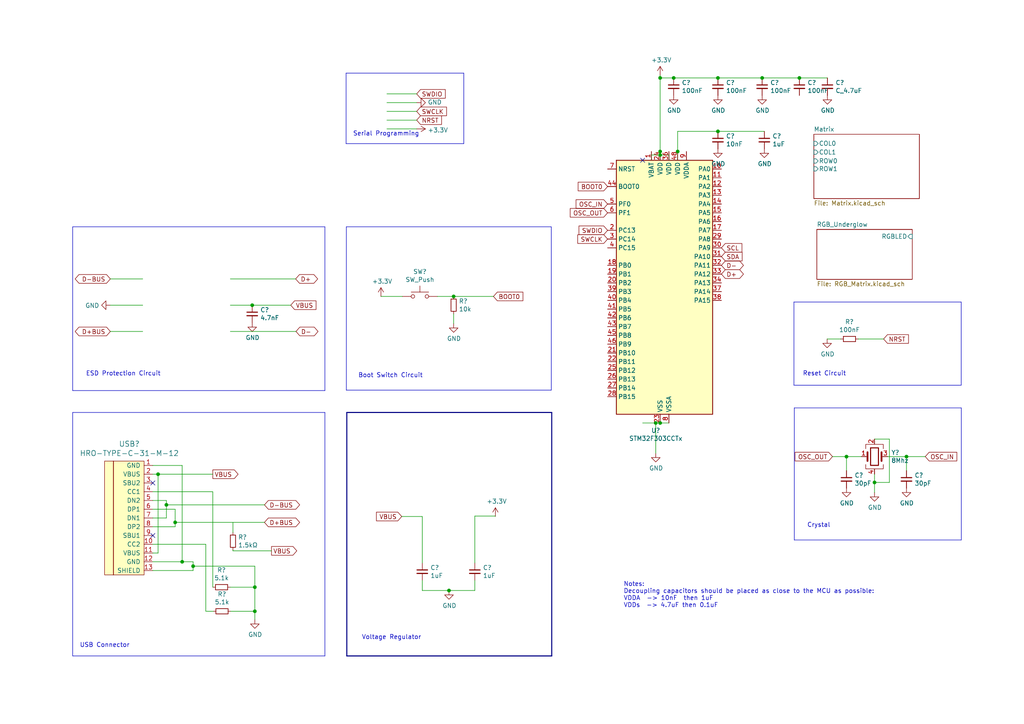
<source format=kicad_sch>
(kicad_sch (version 20230121) (generator eeschema)

  (uuid d963bd7a-4405-4e52-9437-453112c4384e)

  (paper "A4")

  (lib_symbols
    (symbol "Device:C_Small" (pin_numbers hide) (pin_names (offset 0.254) hide) (in_bom yes) (on_board yes)
      (property "Reference" "C" (at 0.254 1.778 0)
        (effects (font (size 1.27 1.27)) (justify left))
      )
      (property "Value" "C_Small" (at 0.254 -2.032 0)
        (effects (font (size 1.27 1.27)) (justify left))
      )
      (property "Footprint" "" (at 0 0 0)
        (effects (font (size 1.27 1.27)) hide)
      )
      (property "Datasheet" "~" (at 0 0 0)
        (effects (font (size 1.27 1.27)) hide)
      )
      (property "ki_keywords" "capacitor cap" (at 0 0 0)
        (effects (font (size 1.27 1.27)) hide)
      )
      (property "ki_description" "Unpolarized capacitor, small symbol" (at 0 0 0)
        (effects (font (size 1.27 1.27)) hide)
      )
      (property "ki_fp_filters" "C_*" (at 0 0 0)
        (effects (font (size 1.27 1.27)) hide)
      )
      (symbol "C_Small_0_1"
        (polyline
          (pts
            (xy -1.524 -0.508)
            (xy 1.524 -0.508)
          )
          (stroke (width 0.3302) (type default))
          (fill (type none))
        )
        (polyline
          (pts
            (xy -1.524 0.508)
            (xy 1.524 0.508)
          )
          (stroke (width 0.3048) (type default))
          (fill (type none))
        )
      )
      (symbol "C_Small_1_1"
        (pin passive line (at 0 2.54 270) (length 2.032)
          (name "~" (effects (font (size 1.27 1.27))))
          (number "1" (effects (font (size 1.27 1.27))))
        )
        (pin passive line (at 0 -2.54 90) (length 2.032)
          (name "~" (effects (font (size 1.27 1.27))))
          (number "2" (effects (font (size 1.27 1.27))))
        )
      )
    )
    (symbol "Device:Crystal_GND24" (pin_names (offset 1.016) hide) (in_bom yes) (on_board yes)
      (property "Reference" "Y" (at 3.175 5.08 0)
        (effects (font (size 1.27 1.27)) (justify left))
      )
      (property "Value" "Crystal_GND24" (at 3.175 3.175 0)
        (effects (font (size 1.27 1.27)) (justify left))
      )
      (property "Footprint" "" (at 0 0 0)
        (effects (font (size 1.27 1.27)) hide)
      )
      (property "Datasheet" "~" (at 0 0 0)
        (effects (font (size 1.27 1.27)) hide)
      )
      (property "ki_keywords" "quartz ceramic resonator oscillator" (at 0 0 0)
        (effects (font (size 1.27 1.27)) hide)
      )
      (property "ki_description" "Four pin crystal, GND on pins 2 and 4" (at 0 0 0)
        (effects (font (size 1.27 1.27)) hide)
      )
      (property "ki_fp_filters" "Crystal*" (at 0 0 0)
        (effects (font (size 1.27 1.27)) hide)
      )
      (symbol "Crystal_GND24_0_1"
        (rectangle (start -1.143 2.54) (end 1.143 -2.54)
          (stroke (width 0.3048) (type default))
          (fill (type none))
        )
        (polyline
          (pts
            (xy -2.54 0)
            (xy -2.032 0)
          )
          (stroke (width 0) (type default))
          (fill (type none))
        )
        (polyline
          (pts
            (xy -2.032 -1.27)
            (xy -2.032 1.27)
          )
          (stroke (width 0.508) (type default))
          (fill (type none))
        )
        (polyline
          (pts
            (xy 0 -3.81)
            (xy 0 -3.556)
          )
          (stroke (width 0) (type default))
          (fill (type none))
        )
        (polyline
          (pts
            (xy 0 3.556)
            (xy 0 3.81)
          )
          (stroke (width 0) (type default))
          (fill (type none))
        )
        (polyline
          (pts
            (xy 2.032 -1.27)
            (xy 2.032 1.27)
          )
          (stroke (width 0.508) (type default))
          (fill (type none))
        )
        (polyline
          (pts
            (xy 2.032 0)
            (xy 2.54 0)
          )
          (stroke (width 0) (type default))
          (fill (type none))
        )
        (polyline
          (pts
            (xy -2.54 -2.286)
            (xy -2.54 -3.556)
            (xy 2.54 -3.556)
            (xy 2.54 -2.286)
          )
          (stroke (width 0) (type default))
          (fill (type none))
        )
        (polyline
          (pts
            (xy -2.54 2.286)
            (xy -2.54 3.556)
            (xy 2.54 3.556)
            (xy 2.54 2.286)
          )
          (stroke (width 0) (type default))
          (fill (type none))
        )
      )
      (symbol "Crystal_GND24_1_1"
        (pin passive line (at -3.81 0 0) (length 1.27)
          (name "1" (effects (font (size 1.27 1.27))))
          (number "1" (effects (font (size 1.27 1.27))))
        )
        (pin passive line (at 0 5.08 270) (length 1.27)
          (name "2" (effects (font (size 1.27 1.27))))
          (number "2" (effects (font (size 1.27 1.27))))
        )
        (pin passive line (at 3.81 0 180) (length 1.27)
          (name "3" (effects (font (size 1.27 1.27))))
          (number "3" (effects (font (size 1.27 1.27))))
        )
        (pin passive line (at 0 -5.08 90) (length 1.27)
          (name "4" (effects (font (size 1.27 1.27))))
          (number "4" (effects (font (size 1.27 1.27))))
        )
      )
    )
    (symbol "Device:R_Small" (pin_numbers hide) (pin_names (offset 0.254) hide) (in_bom yes) (on_board yes)
      (property "Reference" "R" (at 0.762 0.508 0)
        (effects (font (size 1.27 1.27)) (justify left))
      )
      (property "Value" "R_Small" (at 0.762 -1.016 0)
        (effects (font (size 1.27 1.27)) (justify left))
      )
      (property "Footprint" "" (at 0 0 0)
        (effects (font (size 1.27 1.27)) hide)
      )
      (property "Datasheet" "~" (at 0 0 0)
        (effects (font (size 1.27 1.27)) hide)
      )
      (property "ki_keywords" "R resistor" (at 0 0 0)
        (effects (font (size 1.27 1.27)) hide)
      )
      (property "ki_description" "Resistor, small symbol" (at 0 0 0)
        (effects (font (size 1.27 1.27)) hide)
      )
      (property "ki_fp_filters" "R_*" (at 0 0 0)
        (effects (font (size 1.27 1.27)) hide)
      )
      (symbol "R_Small_0_1"
        (rectangle (start -0.762 1.778) (end 0.762 -1.778)
          (stroke (width 0.2032) (type default))
          (fill (type none))
        )
      )
      (symbol "R_Small_1_1"
        (pin passive line (at 0 2.54 270) (length 0.762)
          (name "~" (effects (font (size 1.27 1.27))))
          (number "1" (effects (font (size 1.27 1.27))))
        )
        (pin passive line (at 0 -2.54 90) (length 0.762)
          (name "~" (effects (font (size 1.27 1.27))))
          (number "2" (effects (font (size 1.27 1.27))))
        )
      )
    )
    (symbol "MCU_ST_STM32F3:STM32F303CCTx" (in_bom yes) (on_board yes)
      (property "Reference" "U" (at -12.7 39.37 0)
        (effects (font (size 1.27 1.27)) (justify left))
      )
      (property "Value" "STM32F303CCTx" (at 10.16 39.37 0)
        (effects (font (size 1.27 1.27)) (justify left))
      )
      (property "Footprint" "Package_QFP:LQFP-48_7x7mm_P0.5mm" (at -12.7 -35.56 0)
        (effects (font (size 1.27 1.27)) (justify right) hide)
      )
      (property "Datasheet" "https://www.st.com/resource/en/datasheet/stm32f303cc.pdf" (at 0 0 0)
        (effects (font (size 1.27 1.27)) hide)
      )
      (property "ki_locked" "" (at 0 0 0)
        (effects (font (size 1.27 1.27)))
      )
      (property "ki_keywords" "Arm Cortex-M4 STM32F3 STM32F303" (at 0 0 0)
        (effects (font (size 1.27 1.27)) hide)
      )
      (property "ki_description" "STMicroelectronics Arm Cortex-M4 MCU, 256KB flash, 48KB RAM, 72 MHz, 2.0-3.6V, 37 GPIO, LQFP48" (at 0 0 0)
        (effects (font (size 1.27 1.27)) hide)
      )
      (property "ki_fp_filters" "LQFP*7x7mm*P0.5mm*" (at 0 0 0)
        (effects (font (size 1.27 1.27)) hide)
      )
      (symbol "STM32F303CCTx_0_1"
        (rectangle (start -12.7 -35.56) (end 15.24 38.1)
          (stroke (width 0.254) (type default))
          (fill (type background))
        )
      )
      (symbol "STM32F303CCTx_1_1"
        (pin power_in line (at -2.54 40.64 270) (length 2.54)
          (name "VBAT" (effects (font (size 1.27 1.27))))
          (number "1" (effects (font (size 1.27 1.27))))
        )
        (pin bidirectional line (at 17.78 35.56 180) (length 2.54)
          (name "PA0" (effects (font (size 1.27 1.27))))
          (number "10" (effects (font (size 1.27 1.27))))
          (alternate "ADC1_IN1" bidirectional line)
          (alternate "COMP1_INM" bidirectional line)
          (alternate "COMP1_OUT" bidirectional line)
          (alternate "COMP7_INP" bidirectional line)
          (alternate "RTC_TAMP2" bidirectional line)
          (alternate "SYS_WKUP1" bidirectional line)
          (alternate "TIM2_CH1" bidirectional line)
          (alternate "TIM2_ETR" bidirectional line)
          (alternate "TIM8_BKIN" bidirectional line)
          (alternate "TIM8_ETR" bidirectional line)
          (alternate "TSC_G1_IO1" bidirectional line)
          (alternate "USART2_CTS" bidirectional line)
        )
        (pin bidirectional line (at 17.78 33.02 180) (length 2.54)
          (name "PA1" (effects (font (size 1.27 1.27))))
          (number "11" (effects (font (size 1.27 1.27))))
          (alternate "ADC1_IN2" bidirectional line)
          (alternate "COMP1_INP" bidirectional line)
          (alternate "OPAMP1_VINP" bidirectional line)
          (alternate "OPAMP1_VINP_SEC" bidirectional line)
          (alternate "OPAMP3_VINP" bidirectional line)
          (alternate "OPAMP3_VINP_SEC" bidirectional line)
          (alternate "RTC_REFIN" bidirectional line)
          (alternate "TIM15_CH1N" bidirectional line)
          (alternate "TIM2_CH2" bidirectional line)
          (alternate "TSC_G1_IO2" bidirectional line)
          (alternate "USART2_DE" bidirectional line)
          (alternate "USART2_RTS" bidirectional line)
        )
        (pin bidirectional line (at 17.78 30.48 180) (length 2.54)
          (name "PA2" (effects (font (size 1.27 1.27))))
          (number "12" (effects (font (size 1.27 1.27))))
          (alternate "ADC1_IN3" bidirectional line)
          (alternate "ADC3_EXTI2" bidirectional line)
          (alternate "ADC4_EXTI2" bidirectional line)
          (alternate "COMP2_INM" bidirectional line)
          (alternate "COMP2_OUT" bidirectional line)
          (alternate "OPAMP1_VOUT" bidirectional line)
          (alternate "TIM15_CH1" bidirectional line)
          (alternate "TIM2_CH3" bidirectional line)
          (alternate "TSC_G1_IO3" bidirectional line)
          (alternate "USART2_TX" bidirectional line)
        )
        (pin bidirectional line (at 17.78 27.94 180) (length 2.54)
          (name "PA3" (effects (font (size 1.27 1.27))))
          (number "13" (effects (font (size 1.27 1.27))))
          (alternate "ADC1_IN4" bidirectional line)
          (alternate "COMP2_INP" bidirectional line)
          (alternate "OPAMP1_VINM" bidirectional line)
          (alternate "OPAMP1_VINM_SEC" bidirectional line)
          (alternate "OPAMP1_VINP" bidirectional line)
          (alternate "OPAMP1_VINP_SEC" bidirectional line)
          (alternate "TIM15_CH2" bidirectional line)
          (alternate "TIM2_CH4" bidirectional line)
          (alternate "TSC_G1_IO4" bidirectional line)
          (alternate "USART2_RX" bidirectional line)
        )
        (pin bidirectional line (at 17.78 25.4 180) (length 2.54)
          (name "PA4" (effects (font (size 1.27 1.27))))
          (number "14" (effects (font (size 1.27 1.27))))
          (alternate "ADC2_IN1" bidirectional line)
          (alternate "COMP1_INM" bidirectional line)
          (alternate "COMP2_INM" bidirectional line)
          (alternate "COMP3_INM" bidirectional line)
          (alternate "COMP4_INM" bidirectional line)
          (alternate "COMP5_INM" bidirectional line)
          (alternate "COMP6_INM" bidirectional line)
          (alternate "COMP7_INM" bidirectional line)
          (alternate "DAC_OUT1" bidirectional line)
          (alternate "I2S3_WS" bidirectional line)
          (alternate "OPAMP4_VINP" bidirectional line)
          (alternate "OPAMP4_VINP_SEC" bidirectional line)
          (alternate "SPI1_NSS" bidirectional line)
          (alternate "SPI3_NSS" bidirectional line)
          (alternate "TIM3_CH2" bidirectional line)
          (alternate "TSC_G2_IO1" bidirectional line)
          (alternate "USART2_CK" bidirectional line)
        )
        (pin bidirectional line (at 17.78 22.86 180) (length 2.54)
          (name "PA5" (effects (font (size 1.27 1.27))))
          (number "15" (effects (font (size 1.27 1.27))))
          (alternate "ADC2_IN2" bidirectional line)
          (alternate "COMP1_INM" bidirectional line)
          (alternate "COMP2_INM" bidirectional line)
          (alternate "COMP3_INM" bidirectional line)
          (alternate "COMP4_INM" bidirectional line)
          (alternate "COMP5_INM" bidirectional line)
          (alternate "COMP6_INM" bidirectional line)
          (alternate "COMP7_INM" bidirectional line)
          (alternate "DAC_OUT2" bidirectional line)
          (alternate "OPAMP1_VINP" bidirectional line)
          (alternate "OPAMP1_VINP_SEC" bidirectional line)
          (alternate "OPAMP2_VINM" bidirectional line)
          (alternate "OPAMP2_VINM_SEC" bidirectional line)
          (alternate "OPAMP3_VINP" bidirectional line)
          (alternate "OPAMP3_VINP_SEC" bidirectional line)
          (alternate "SPI1_SCK" bidirectional line)
          (alternate "TIM2_CH1" bidirectional line)
          (alternate "TIM2_ETR" bidirectional line)
          (alternate "TSC_G2_IO2" bidirectional line)
        )
        (pin bidirectional line (at 17.78 20.32 180) (length 2.54)
          (name "PA6" (effects (font (size 1.27 1.27))))
          (number "16" (effects (font (size 1.27 1.27))))
          (alternate "ADC2_IN3" bidirectional line)
          (alternate "COMP1_OUT" bidirectional line)
          (alternate "OPAMP2_VOUT" bidirectional line)
          (alternate "SPI1_MISO" bidirectional line)
          (alternate "TIM16_CH1" bidirectional line)
          (alternate "TIM1_BKIN" bidirectional line)
          (alternate "TIM3_CH1" bidirectional line)
          (alternate "TIM8_BKIN" bidirectional line)
          (alternate "TSC_G2_IO3" bidirectional line)
        )
        (pin bidirectional line (at 17.78 17.78 180) (length 2.54)
          (name "PA7" (effects (font (size 1.27 1.27))))
          (number "17" (effects (font (size 1.27 1.27))))
          (alternate "ADC2_IN4" bidirectional line)
          (alternate "COMP2_INP" bidirectional line)
          (alternate "COMP2_OUT" bidirectional line)
          (alternate "OPAMP1_VINP" bidirectional line)
          (alternate "OPAMP1_VINP_SEC" bidirectional line)
          (alternate "OPAMP2_VINP" bidirectional line)
          (alternate "OPAMP2_VINP_SEC" bidirectional line)
          (alternate "SPI1_MOSI" bidirectional line)
          (alternate "TIM17_CH1" bidirectional line)
          (alternate "TIM1_CH1N" bidirectional line)
          (alternate "TIM3_CH2" bidirectional line)
          (alternate "TIM8_CH1N" bidirectional line)
          (alternate "TSC_G2_IO4" bidirectional line)
        )
        (pin bidirectional line (at -15.24 7.62 0) (length 2.54)
          (name "PB0" (effects (font (size 1.27 1.27))))
          (number "18" (effects (font (size 1.27 1.27))))
          (alternate "ADC3_IN12" bidirectional line)
          (alternate "COMP4_INP" bidirectional line)
          (alternate "OPAMP2_VINP" bidirectional line)
          (alternate "OPAMP2_VINP_SEC" bidirectional line)
          (alternate "OPAMP3_VINP" bidirectional line)
          (alternate "OPAMP3_VINP_SEC" bidirectional line)
          (alternate "TIM1_CH2N" bidirectional line)
          (alternate "TIM3_CH3" bidirectional line)
          (alternate "TIM8_CH2N" bidirectional line)
          (alternate "TSC_G3_IO2" bidirectional line)
        )
        (pin bidirectional line (at -15.24 5.08 0) (length 2.54)
          (name "PB1" (effects (font (size 1.27 1.27))))
          (number "19" (effects (font (size 1.27 1.27))))
          (alternate "ADC3_IN1" bidirectional line)
          (alternate "COMP4_OUT" bidirectional line)
          (alternate "OPAMP3_VOUT" bidirectional line)
          (alternate "TIM1_CH3N" bidirectional line)
          (alternate "TIM3_CH4" bidirectional line)
          (alternate "TIM8_CH3N" bidirectional line)
          (alternate "TSC_G3_IO3" bidirectional line)
        )
        (pin bidirectional line (at -15.24 17.78 0) (length 2.54)
          (name "PC13" (effects (font (size 1.27 1.27))))
          (number "2" (effects (font (size 1.27 1.27))))
          (alternate "RTC_OUT_ALARM" bidirectional line)
          (alternate "RTC_OUT_CALIB" bidirectional line)
          (alternate "RTC_TAMP1" bidirectional line)
          (alternate "RTC_TS" bidirectional line)
          (alternate "SYS_WKUP2" bidirectional line)
          (alternate "TIM1_CH1N" bidirectional line)
        )
        (pin bidirectional line (at -15.24 2.54 0) (length 2.54)
          (name "PB2" (effects (font (size 1.27 1.27))))
          (number "20" (effects (font (size 1.27 1.27))))
          (alternate "ADC2_IN12" bidirectional line)
          (alternate "ADC3_EXTI2" bidirectional line)
          (alternate "ADC4_EXTI2" bidirectional line)
          (alternate "COMP4_INM" bidirectional line)
          (alternate "OPAMP3_VINM" bidirectional line)
          (alternate "OPAMP3_VINM_SEC" bidirectional line)
          (alternate "TSC_G3_IO4" bidirectional line)
        )
        (pin bidirectional line (at -15.24 -17.78 0) (length 2.54)
          (name "PB10" (effects (font (size 1.27 1.27))))
          (number "21" (effects (font (size 1.27 1.27))))
          (alternate "COMP5_INM" bidirectional line)
          (alternate "OPAMP3_VINM" bidirectional line)
          (alternate "OPAMP3_VINM_SEC" bidirectional line)
          (alternate "OPAMP4_VINM" bidirectional line)
          (alternate "OPAMP4_VINM_SEC" bidirectional line)
          (alternate "TIM2_CH3" bidirectional line)
          (alternate "TSC_SYNC" bidirectional line)
          (alternate "USART3_TX" bidirectional line)
        )
        (pin bidirectional line (at -15.24 -20.32 0) (length 2.54)
          (name "PB11" (effects (font (size 1.27 1.27))))
          (number "22" (effects (font (size 1.27 1.27))))
          (alternate "ADC1_EXTI11" bidirectional line)
          (alternate "ADC2_EXTI11" bidirectional line)
          (alternate "COMP6_INP" bidirectional line)
          (alternate "OPAMP4_VINP" bidirectional line)
          (alternate "OPAMP4_VINP_SEC" bidirectional line)
          (alternate "TIM2_CH4" bidirectional line)
          (alternate "TSC_G6_IO1" bidirectional line)
          (alternate "USART3_RX" bidirectional line)
        )
        (pin power_in line (at 0 -38.1 90) (length 2.54)
          (name "VSS" (effects (font (size 1.27 1.27))))
          (number "23" (effects (font (size 1.27 1.27))))
        )
        (pin power_in line (at 0 40.64 270) (length 2.54)
          (name "VDD" (effects (font (size 1.27 1.27))))
          (number "24" (effects (font (size 1.27 1.27))))
        )
        (pin bidirectional line (at -15.24 -22.86 0) (length 2.54)
          (name "PB12" (effects (font (size 1.27 1.27))))
          (number "25" (effects (font (size 1.27 1.27))))
          (alternate "ADC4_IN3" bidirectional line)
          (alternate "COMP3_INM" bidirectional line)
          (alternate "I2C2_SMBA" bidirectional line)
          (alternate "I2S2_WS" bidirectional line)
          (alternate "OPAMP4_VOUT" bidirectional line)
          (alternate "SPI2_NSS" bidirectional line)
          (alternate "TIM1_BKIN" bidirectional line)
          (alternate "TSC_G6_IO2" bidirectional line)
          (alternate "USART3_CK" bidirectional line)
        )
        (pin bidirectional line (at -15.24 -25.4 0) (length 2.54)
          (name "PB13" (effects (font (size 1.27 1.27))))
          (number "26" (effects (font (size 1.27 1.27))))
          (alternate "ADC3_IN5" bidirectional line)
          (alternate "COMP5_INP" bidirectional line)
          (alternate "I2S2_CK" bidirectional line)
          (alternate "OPAMP3_VINP" bidirectional line)
          (alternate "OPAMP3_VINP_SEC" bidirectional line)
          (alternate "OPAMP4_VINP" bidirectional line)
          (alternate "OPAMP4_VINP_SEC" bidirectional line)
          (alternate "SPI2_SCK" bidirectional line)
          (alternate "TIM1_CH1N" bidirectional line)
          (alternate "TSC_G6_IO3" bidirectional line)
          (alternate "USART3_CTS" bidirectional line)
        )
        (pin bidirectional line (at -15.24 -27.94 0) (length 2.54)
          (name "PB14" (effects (font (size 1.27 1.27))))
          (number "27" (effects (font (size 1.27 1.27))))
          (alternate "ADC4_IN4" bidirectional line)
          (alternate "COMP3_INP" bidirectional line)
          (alternate "I2S2_ext_SD" bidirectional line)
          (alternate "OPAMP2_VINP" bidirectional line)
          (alternate "OPAMP2_VINP_SEC" bidirectional line)
          (alternate "SPI2_MISO" bidirectional line)
          (alternate "TIM15_CH1" bidirectional line)
          (alternate "TIM1_CH2N" bidirectional line)
          (alternate "TSC_G6_IO4" bidirectional line)
          (alternate "USART3_DE" bidirectional line)
          (alternate "USART3_RTS" bidirectional line)
        )
        (pin bidirectional line (at -15.24 -30.48 0) (length 2.54)
          (name "PB15" (effects (font (size 1.27 1.27))))
          (number "28" (effects (font (size 1.27 1.27))))
          (alternate "ADC1_EXTI15" bidirectional line)
          (alternate "ADC2_EXTI15" bidirectional line)
          (alternate "ADC4_IN5" bidirectional line)
          (alternate "COMP6_INM" bidirectional line)
          (alternate "I2S2_SD" bidirectional line)
          (alternate "RTC_REFIN" bidirectional line)
          (alternate "SPI2_MOSI" bidirectional line)
          (alternate "TIM15_CH1N" bidirectional line)
          (alternate "TIM15_CH2" bidirectional line)
          (alternate "TIM1_CH3N" bidirectional line)
        )
        (pin bidirectional line (at 17.78 15.24 180) (length 2.54)
          (name "PA8" (effects (font (size 1.27 1.27))))
          (number "29" (effects (font (size 1.27 1.27))))
          (alternate "COMP3_OUT" bidirectional line)
          (alternate "I2C2_SMBA" bidirectional line)
          (alternate "I2S2_MCK" bidirectional line)
          (alternate "RCC_MCO" bidirectional line)
          (alternate "TIM1_CH1" bidirectional line)
          (alternate "TIM4_ETR" bidirectional line)
          (alternate "USART1_CK" bidirectional line)
        )
        (pin bidirectional line (at -15.24 15.24 0) (length 2.54)
          (name "PC14" (effects (font (size 1.27 1.27))))
          (number "3" (effects (font (size 1.27 1.27))))
          (alternate "RCC_OSC32_IN" bidirectional line)
        )
        (pin bidirectional line (at 17.78 12.7 180) (length 2.54)
          (name "PA9" (effects (font (size 1.27 1.27))))
          (number "30" (effects (font (size 1.27 1.27))))
          (alternate "COMP5_OUT" bidirectional line)
          (alternate "DAC_EXTI9" bidirectional line)
          (alternate "I2C2_SCL" bidirectional line)
          (alternate "I2S3_MCK" bidirectional line)
          (alternate "TIM15_BKIN" bidirectional line)
          (alternate "TIM1_CH2" bidirectional line)
          (alternate "TIM2_CH3" bidirectional line)
          (alternate "TSC_G4_IO1" bidirectional line)
          (alternate "USART1_TX" bidirectional line)
        )
        (pin bidirectional line (at 17.78 10.16 180) (length 2.54)
          (name "PA10" (effects (font (size 1.27 1.27))))
          (number "31" (effects (font (size 1.27 1.27))))
          (alternate "COMP6_OUT" bidirectional line)
          (alternate "I2C2_SDA" bidirectional line)
          (alternate "TIM17_BKIN" bidirectional line)
          (alternate "TIM1_CH3" bidirectional line)
          (alternate "TIM2_CH4" bidirectional line)
          (alternate "TIM8_BKIN" bidirectional line)
          (alternate "TSC_G4_IO2" bidirectional line)
          (alternate "USART1_RX" bidirectional line)
        )
        (pin bidirectional line (at 17.78 7.62 180) (length 2.54)
          (name "PA11" (effects (font (size 1.27 1.27))))
          (number "32" (effects (font (size 1.27 1.27))))
          (alternate "ADC1_EXTI11" bidirectional line)
          (alternate "ADC2_EXTI11" bidirectional line)
          (alternate "CAN_RX" bidirectional line)
          (alternate "COMP1_OUT" bidirectional line)
          (alternate "TIM1_BKIN2" bidirectional line)
          (alternate "TIM1_CH1N" bidirectional line)
          (alternate "TIM1_CH4" bidirectional line)
          (alternate "TIM4_CH1" bidirectional line)
          (alternate "USART1_CTS" bidirectional line)
          (alternate "USB_DM" bidirectional line)
        )
        (pin bidirectional line (at 17.78 5.08 180) (length 2.54)
          (name "PA12" (effects (font (size 1.27 1.27))))
          (number "33" (effects (font (size 1.27 1.27))))
          (alternate "CAN_TX" bidirectional line)
          (alternate "COMP2_OUT" bidirectional line)
          (alternate "TIM16_CH1" bidirectional line)
          (alternate "TIM1_CH2N" bidirectional line)
          (alternate "TIM1_ETR" bidirectional line)
          (alternate "TIM4_CH2" bidirectional line)
          (alternate "USART1_DE" bidirectional line)
          (alternate "USART1_RTS" bidirectional line)
          (alternate "USB_DP" bidirectional line)
        )
        (pin bidirectional line (at 17.78 2.54 180) (length 2.54)
          (name "PA13" (effects (font (size 1.27 1.27))))
          (number "34" (effects (font (size 1.27 1.27))))
          (alternate "IR_OUT" bidirectional line)
          (alternate "SYS_JTMS-SWDIO" bidirectional line)
          (alternate "TIM16_CH1N" bidirectional line)
          (alternate "TIM4_CH3" bidirectional line)
          (alternate "TSC_G4_IO3" bidirectional line)
          (alternate "USART3_CTS" bidirectional line)
        )
        (pin passive line (at 0 -38.1 90) (length 2.54) hide
          (name "VSS" (effects (font (size 1.27 1.27))))
          (number "35" (effects (font (size 1.27 1.27))))
        )
        (pin power_in line (at 2.54 40.64 270) (length 2.54)
          (name "VDD" (effects (font (size 1.27 1.27))))
          (number "36" (effects (font (size 1.27 1.27))))
        )
        (pin bidirectional line (at 17.78 0 180) (length 2.54)
          (name "PA14" (effects (font (size 1.27 1.27))))
          (number "37" (effects (font (size 1.27 1.27))))
          (alternate "I2C1_SDA" bidirectional line)
          (alternate "SYS_JTCK-SWCLK" bidirectional line)
          (alternate "TIM1_BKIN" bidirectional line)
          (alternate "TIM8_CH2" bidirectional line)
          (alternate "TSC_G4_IO4" bidirectional line)
          (alternate "USART2_TX" bidirectional line)
        )
        (pin bidirectional line (at 17.78 -2.54 180) (length 2.54)
          (name "PA15" (effects (font (size 1.27 1.27))))
          (number "38" (effects (font (size 1.27 1.27))))
          (alternate "ADC1_EXTI15" bidirectional line)
          (alternate "ADC2_EXTI15" bidirectional line)
          (alternate "I2C1_SCL" bidirectional line)
          (alternate "I2S3_WS" bidirectional line)
          (alternate "SPI1_NSS" bidirectional line)
          (alternate "SPI3_NSS" bidirectional line)
          (alternate "SYS_JTDI" bidirectional line)
          (alternate "TIM1_BKIN" bidirectional line)
          (alternate "TIM2_CH1" bidirectional line)
          (alternate "TIM2_ETR" bidirectional line)
          (alternate "TIM8_CH1" bidirectional line)
          (alternate "USART2_RX" bidirectional line)
        )
        (pin bidirectional line (at -15.24 0 0) (length 2.54)
          (name "PB3" (effects (font (size 1.27 1.27))))
          (number "39" (effects (font (size 1.27 1.27))))
          (alternate "I2S3_CK" bidirectional line)
          (alternate "SPI1_SCK" bidirectional line)
          (alternate "SPI3_SCK" bidirectional line)
          (alternate "SYS_JTDO-TRACESWO" bidirectional line)
          (alternate "TIM2_CH2" bidirectional line)
          (alternate "TIM3_ETR" bidirectional line)
          (alternate "TIM4_ETR" bidirectional line)
          (alternate "TIM8_CH1N" bidirectional line)
          (alternate "TSC_G5_IO1" bidirectional line)
          (alternate "USART2_TX" bidirectional line)
        )
        (pin bidirectional line (at -15.24 12.7 0) (length 2.54)
          (name "PC15" (effects (font (size 1.27 1.27))))
          (number "4" (effects (font (size 1.27 1.27))))
          (alternate "ADC1_EXTI15" bidirectional line)
          (alternate "ADC2_EXTI15" bidirectional line)
          (alternate "RCC_OSC32_OUT" bidirectional line)
        )
        (pin bidirectional line (at -15.24 -2.54 0) (length 2.54)
          (name "PB4" (effects (font (size 1.27 1.27))))
          (number "40" (effects (font (size 1.27 1.27))))
          (alternate "I2S3_ext_SD" bidirectional line)
          (alternate "SPI1_MISO" bidirectional line)
          (alternate "SPI3_MISO" bidirectional line)
          (alternate "SYS_NJTRST" bidirectional line)
          (alternate "TIM16_CH1" bidirectional line)
          (alternate "TIM17_BKIN" bidirectional line)
          (alternate "TIM3_CH1" bidirectional line)
          (alternate "TIM8_CH2N" bidirectional line)
          (alternate "TSC_G5_IO2" bidirectional line)
          (alternate "USART2_RX" bidirectional line)
        )
        (pin bidirectional line (at -15.24 -5.08 0) (length 2.54)
          (name "PB5" (effects (font (size 1.27 1.27))))
          (number "41" (effects (font (size 1.27 1.27))))
          (alternate "I2C1_SMBA" bidirectional line)
          (alternate "I2S3_SD" bidirectional line)
          (alternate "SPI1_MOSI" bidirectional line)
          (alternate "SPI3_MOSI" bidirectional line)
          (alternate "TIM16_BKIN" bidirectional line)
          (alternate "TIM17_CH1" bidirectional line)
          (alternate "TIM3_CH2" bidirectional line)
          (alternate "TIM8_CH3N" bidirectional line)
          (alternate "USART2_CK" bidirectional line)
        )
        (pin bidirectional line (at -15.24 -7.62 0) (length 2.54)
          (name "PB6" (effects (font (size 1.27 1.27))))
          (number "42" (effects (font (size 1.27 1.27))))
          (alternate "I2C1_SCL" bidirectional line)
          (alternate "TIM16_CH1N" bidirectional line)
          (alternate "TIM4_CH1" bidirectional line)
          (alternate "TIM8_BKIN2" bidirectional line)
          (alternate "TIM8_CH1" bidirectional line)
          (alternate "TIM8_ETR" bidirectional line)
          (alternate "TSC_G5_IO3" bidirectional line)
          (alternate "USART1_TX" bidirectional line)
        )
        (pin bidirectional line (at -15.24 -10.16 0) (length 2.54)
          (name "PB7" (effects (font (size 1.27 1.27))))
          (number "43" (effects (font (size 1.27 1.27))))
          (alternate "I2C1_SDA" bidirectional line)
          (alternate "TIM17_CH1N" bidirectional line)
          (alternate "TIM3_CH4" bidirectional line)
          (alternate "TIM4_CH2" bidirectional line)
          (alternate "TIM8_BKIN" bidirectional line)
          (alternate "TSC_G5_IO4" bidirectional line)
          (alternate "USART1_RX" bidirectional line)
        )
        (pin input line (at -15.24 30.48 0) (length 2.54)
          (name "BOOT0" (effects (font (size 1.27 1.27))))
          (number "44" (effects (font (size 1.27 1.27))))
        )
        (pin bidirectional line (at -15.24 -12.7 0) (length 2.54)
          (name "PB8" (effects (font (size 1.27 1.27))))
          (number "45" (effects (font (size 1.27 1.27))))
          (alternate "CAN_RX" bidirectional line)
          (alternate "COMP1_OUT" bidirectional line)
          (alternate "I2C1_SCL" bidirectional line)
          (alternate "TIM16_CH1" bidirectional line)
          (alternate "TIM1_BKIN" bidirectional line)
          (alternate "TIM4_CH3" bidirectional line)
          (alternate "TIM8_CH2" bidirectional line)
          (alternate "TSC_SYNC" bidirectional line)
        )
        (pin bidirectional line (at -15.24 -15.24 0) (length 2.54)
          (name "PB9" (effects (font (size 1.27 1.27))))
          (number "46" (effects (font (size 1.27 1.27))))
          (alternate "CAN_TX" bidirectional line)
          (alternate "COMP2_OUT" bidirectional line)
          (alternate "DAC_EXTI9" bidirectional line)
          (alternate "I2C1_SDA" bidirectional line)
          (alternate "IR_OUT" bidirectional line)
          (alternate "TIM17_CH1" bidirectional line)
          (alternate "TIM4_CH4" bidirectional line)
          (alternate "TIM8_CH3" bidirectional line)
        )
        (pin passive line (at 0 -38.1 90) (length 2.54) hide
          (name "VSS" (effects (font (size 1.27 1.27))))
          (number "47" (effects (font (size 1.27 1.27))))
        )
        (pin power_in line (at 5.08 40.64 270) (length 2.54)
          (name "VDD" (effects (font (size 1.27 1.27))))
          (number "48" (effects (font (size 1.27 1.27))))
        )
        (pin bidirectional line (at -15.24 25.4 0) (length 2.54)
          (name "PF0" (effects (font (size 1.27 1.27))))
          (number "5" (effects (font (size 1.27 1.27))))
          (alternate "I2C2_SDA" bidirectional line)
          (alternate "RCC_OSC_IN" bidirectional line)
          (alternate "TIM1_CH3N" bidirectional line)
        )
        (pin bidirectional line (at -15.24 22.86 0) (length 2.54)
          (name "PF1" (effects (font (size 1.27 1.27))))
          (number "6" (effects (font (size 1.27 1.27))))
          (alternate "I2C2_SCL" bidirectional line)
          (alternate "RCC_OSC_OUT" bidirectional line)
        )
        (pin input line (at -15.24 35.56 0) (length 2.54)
          (name "NRST" (effects (font (size 1.27 1.27))))
          (number "7" (effects (font (size 1.27 1.27))))
        )
        (pin power_in line (at 2.54 -38.1 90) (length 2.54)
          (name "VSSA" (effects (font (size 1.27 1.27))))
          (number "8" (effects (font (size 1.27 1.27))))
        )
        (pin power_in line (at 7.62 40.64 270) (length 2.54)
          (name "VDDA" (effects (font (size 1.27 1.27))))
          (number "9" (effects (font (size 1.27 1.27))))
        )
      )
    )
    (symbol "Switch:SW_Push" (pin_numbers hide) (pin_names (offset 1.016) hide) (in_bom yes) (on_board yes)
      (property "Reference" "SW" (at 1.27 2.54 0)
        (effects (font (size 1.27 1.27)) (justify left))
      )
      (property "Value" "SW_Push" (at 0 -1.524 0)
        (effects (font (size 1.27 1.27)))
      )
      (property "Footprint" "" (at 0 5.08 0)
        (effects (font (size 1.27 1.27)) hide)
      )
      (property "Datasheet" "~" (at 0 5.08 0)
        (effects (font (size 1.27 1.27)) hide)
      )
      (property "ki_keywords" "switch normally-open pushbutton push-button" (at 0 0 0)
        (effects (font (size 1.27 1.27)) hide)
      )
      (property "ki_description" "Push button switch, generic, two pins" (at 0 0 0)
        (effects (font (size 1.27 1.27)) hide)
      )
      (symbol "SW_Push_0_1"
        (circle (center -2.032 0) (radius 0.508)
          (stroke (width 0) (type default))
          (fill (type none))
        )
        (polyline
          (pts
            (xy 0 1.27)
            (xy 0 3.048)
          )
          (stroke (width 0) (type default))
          (fill (type none))
        )
        (polyline
          (pts
            (xy 2.54 1.27)
            (xy -2.54 1.27)
          )
          (stroke (width 0) (type default))
          (fill (type none))
        )
        (circle (center 2.032 0) (radius 0.508)
          (stroke (width 0) (type default))
          (fill (type none))
        )
        (pin passive line (at -5.08 0 0) (length 2.54)
          (name "1" (effects (font (size 1.27 1.27))))
          (number "1" (effects (font (size 1.27 1.27))))
        )
        (pin passive line (at 5.08 0 180) (length 2.54)
          (name "2" (effects (font (size 1.27 1.27))))
          (number "2" (effects (font (size 1.27 1.27))))
        )
      )
    )
    (symbol "Type-C:HRO-TYPE-C-31-M-12" (pin_names (offset 1.016)) (in_bom yes) (on_board yes)
      (property "Reference" "USB" (at -5.08 16.51 0)
        (effects (font (size 1.524 1.524)))
      )
      (property "Value" "HRO-TYPE-C-31-M-12" (at -10.16 -1.27 90)
        (effects (font (size 1.524 1.524)))
      )
      (property "Footprint" "" (at 0 0 0)
        (effects (font (size 1.524 1.524)) hide)
      )
      (property "Datasheet" "" (at 0 0 0)
        (effects (font (size 1.524 1.524)) hide)
      )
      (symbol "HRO-TYPE-C-31-M-12_0_1"
        (rectangle (start -11.43 15.24) (end -8.89 -17.78)
          (stroke (width 0) (type solid))
          (fill (type background))
        )
        (rectangle (start 0 -17.78) (end -8.89 15.24)
          (stroke (width 0) (type solid))
          (fill (type background))
        )
      )
      (symbol "HRO-TYPE-C-31-M-12_1_1"
        (pin input line (at 2.54 13.97 180) (length 2.54)
          (name "GND" (effects (font (size 1.27 1.27))))
          (number "1" (effects (font (size 1.27 1.27))))
        )
        (pin input line (at 2.54 -8.89 180) (length 2.54)
          (name "CC2" (effects (font (size 1.27 1.27))))
          (number "10" (effects (font (size 1.27 1.27))))
        )
        (pin input line (at 2.54 -11.43 180) (length 2.54)
          (name "VBUS" (effects (font (size 1.27 1.27))))
          (number "11" (effects (font (size 1.27 1.27))))
        )
        (pin input line (at 2.54 -13.97 180) (length 2.54)
          (name "GND" (effects (font (size 1.27 1.27))))
          (number "12" (effects (font (size 1.27 1.27))))
        )
        (pin input line (at 2.54 -16.51 180) (length 2.54)
          (name "SHIELD" (effects (font (size 1.27 1.27))))
          (number "13" (effects (font (size 1.27 1.27))))
        )
        (pin input line (at 2.54 11.43 180) (length 2.54)
          (name "VBUS" (effects (font (size 1.27 1.27))))
          (number "2" (effects (font (size 1.27 1.27))))
        )
        (pin input line (at 2.54 8.89 180) (length 2.54)
          (name "SBU2" (effects (font (size 1.27 1.27))))
          (number "3" (effects (font (size 1.27 1.27))))
        )
        (pin input line (at 2.54 6.35 180) (length 2.54)
          (name "CC1" (effects (font (size 1.27 1.27))))
          (number "4" (effects (font (size 1.27 1.27))))
        )
        (pin input line (at 2.54 3.81 180) (length 2.54)
          (name "DN2" (effects (font (size 1.27 1.27))))
          (number "5" (effects (font (size 1.27 1.27))))
        )
        (pin input line (at 2.54 1.27 180) (length 2.54)
          (name "DP1" (effects (font (size 1.27 1.27))))
          (number "6" (effects (font (size 1.27 1.27))))
        )
        (pin input line (at 2.54 -1.27 180) (length 2.54)
          (name "DN1" (effects (font (size 1.27 1.27))))
          (number "7" (effects (font (size 1.27 1.27))))
        )
        (pin input line (at 2.54 -3.81 180) (length 2.54)
          (name "DP2" (effects (font (size 1.27 1.27))))
          (number "8" (effects (font (size 1.27 1.27))))
        )
        (pin input line (at 2.54 -6.35 180) (length 2.54)
          (name "SBU1" (effects (font (size 1.27 1.27))))
          (number "9" (effects (font (size 1.27 1.27))))
        )
      )
    )
    (symbol "power:+3.3V" (power) (pin_names (offset 0)) (in_bom yes) (on_board yes)
      (property "Reference" "#PWR" (at 0 -3.81 0)
        (effects (font (size 1.27 1.27)) hide)
      )
      (property "Value" "+3.3V" (at 0 3.556 0)
        (effects (font (size 1.27 1.27)))
      )
      (property "Footprint" "" (at 0 0 0)
        (effects (font (size 1.27 1.27)) hide)
      )
      (property "Datasheet" "" (at 0 0 0)
        (effects (font (size 1.27 1.27)) hide)
      )
      (property "ki_keywords" "global power" (at 0 0 0)
        (effects (font (size 1.27 1.27)) hide)
      )
      (property "ki_description" "Power symbol creates a global label with name \"+3.3V\"" (at 0 0 0)
        (effects (font (size 1.27 1.27)) hide)
      )
      (symbol "+3.3V_0_1"
        (polyline
          (pts
            (xy -0.762 1.27)
            (xy 0 2.54)
          )
          (stroke (width 0) (type default))
          (fill (type none))
        )
        (polyline
          (pts
            (xy 0 0)
            (xy 0 2.54)
          )
          (stroke (width 0) (type default))
          (fill (type none))
        )
        (polyline
          (pts
            (xy 0 2.54)
            (xy 0.762 1.27)
          )
          (stroke (width 0) (type default))
          (fill (type none))
        )
      )
      (symbol "+3.3V_1_1"
        (pin power_in line (at 0 0 90) (length 0) hide
          (name "+3.3V" (effects (font (size 1.27 1.27))))
          (number "1" (effects (font (size 1.27 1.27))))
        )
      )
    )
    (symbol "power:GND" (power) (pin_names (offset 0)) (in_bom yes) (on_board yes)
      (property "Reference" "#PWR" (at 0 -6.35 0)
        (effects (font (size 1.27 1.27)) hide)
      )
      (property "Value" "GND" (at 0 -3.81 0)
        (effects (font (size 1.27 1.27)))
      )
      (property "Footprint" "" (at 0 0 0)
        (effects (font (size 1.27 1.27)) hide)
      )
      (property "Datasheet" "" (at 0 0 0)
        (effects (font (size 1.27 1.27)) hide)
      )
      (property "ki_keywords" "global power" (at 0 0 0)
        (effects (font (size 1.27 1.27)) hide)
      )
      (property "ki_description" "Power symbol creates a global label with name \"GND\" , ground" (at 0 0 0)
        (effects (font (size 1.27 1.27)) hide)
      )
      (symbol "GND_0_1"
        (polyline
          (pts
            (xy 0 0)
            (xy 0 -1.27)
            (xy 1.27 -1.27)
            (xy 0 -2.54)
            (xy -1.27 -1.27)
            (xy 0 -1.27)
          )
          (stroke (width 0) (type default))
          (fill (type none))
        )
      )
      (symbol "GND_1_1"
        (pin power_in line (at 0 0 270) (length 0) hide
          (name "GND" (effects (font (size 1.27 1.27))))
          (number "1" (effects (font (size 1.27 1.27))))
        )
      )
    )
  )

  (junction (at 262.9154 132.4356) (diameter 0) (color 0 0 0 0)
    (uuid 04992f64-df95-4170-9075-b9dfc390c7c4)
  )
  (junction (at 191.4652 44.958) (diameter 0) (color 0 0 0 0)
    (uuid 0664d935-056c-4be4-85aa-6fcb5bb0f1cb)
  )
  (junction (at 191.4652 122.682) (diameter 0) (color 0 0 0 0)
    (uuid 1c7327c2-4786-4106-a7bd-751e224fe84b)
  )
  (junction (at 131.572 85.979) (diameter 0) (color 0 0 0 0)
    (uuid 2395f400-37ef-45a9-a552-e3b416efd082)
  )
  (junction (at 73.152 88.519) (diameter 0) (color 0 0 0 0)
    (uuid 26cafc29-461a-4281-933e-e85ce110220a)
  )
  (junction (at 221.0562 22.606) (diameter 0) (color 0 0 0 0)
    (uuid 586d832c-27b1-4daf-9712-6d1997566f38)
  )
  (junction (at 52.832 162.941) (diameter 0) (color 0 0 0 0)
    (uuid 66a528a6-dade-4374-8258-7eb5f4e0289e)
  )
  (junction (at 191.4652 22.606) (diameter 0) (color 0 0 0 0)
    (uuid 6e91bff0-684f-4ba2-9b24-65d148ed4d83)
  )
  (junction (at 190.1952 122.682) (diameter 0) (color 0 0 0 0)
    (uuid 70567890-3fa3-4f93-9ed6-db72392df883)
  )
  (junction (at 208.2292 22.606) (diameter 0) (color 0 0 0 0)
    (uuid 781b8c1e-a3f6-4f46-a484-1510e58ea0ae)
  )
  (junction (at 196.5452 43.942) (diameter 0) (color 0 0 0 0)
    (uuid 7d6a2d80-aee1-4ccb-bfd8-96a77a774b9b)
  )
  (junction (at 48.26 146.431) (diameter 0) (color 0 0 0 0)
    (uuid 900ad277-b16f-4a67-8b58-a387e1e71174)
  )
  (junction (at 73.914 177.292) (diameter 0) (color 0 0 0 0)
    (uuid 91d10d99-4543-4b4c-a523-52af5f7ddf87)
  )
  (junction (at 50.8 151.511) (diameter 0) (color 0 0 0 0)
    (uuid 93d32e91-712b-4e37-ad9e-0f98058fa16b)
  )
  (junction (at 253.6444 139.9286) (diameter 0) (color 0 0 0 0)
    (uuid acade04b-6fbe-4b62-a51f-911a25552183)
  )
  (junction (at 56.007 164.211) (diameter 0) (color 0 0 0 0)
    (uuid d1b8ee52-261f-4418-9b9e-5b9bac1cfd06)
  )
  (junction (at 195.4022 22.606) (diameter 0) (color 0 0 0 0)
    (uuid d85e9c2e-5723-4938-ad69-ace4a645580c)
  )
  (junction (at 45.847 137.541) (diameter 0) (color 0 0 0 0)
    (uuid e7c68b65-f165-4e2a-97fc-5c1bdf452fc1)
  )
  (junction (at 231.8512 22.606) (diameter 0) (color 0 0 0 0)
    (uuid e89c85ea-1d66-4e96-94ae-1b24f1359a1e)
  )
  (junction (at 130.2258 171.2722) (diameter 0) (color 0 0 0 0)
    (uuid eae5c744-3265-480c-9ce1-8cf7ac703192)
  )
  (junction (at 208.2292 38.1) (diameter 0) (color 0 0 0 0)
    (uuid eda96256-0142-4dea-a01a-2f4d352d2ac8)
  )
  (junction (at 191.4652 43.942) (diameter 0) (color 0 0 0 0)
    (uuid f1ffda62-0739-4145-817e-f208d81b7ee0)
  )
  (junction (at 245.5164 132.4356) (diameter 0) (color 0 0 0 0)
    (uuid f4340037-5056-4493-af25-cc3d89f1769d)
  )
  (junction (at 73.914 170.307) (diameter 0) (color 0 0 0 0)
    (uuid f6fccfa5-ace4-4f21-a35e-eb6567c3fc51)
  )

  (no_connect (at 186.3852 46.482) (uuid 1edbb7e2-354f-4827-8fe9-e5b176c27750))
  (no_connect (at 44.323 140.081) (uuid 3338833e-a00e-4c55-86e4-a4ca7feb4ef9))
  (no_connect (at 44.323 155.321) (uuid da5c93e5-2210-4df7-8203-5d42296ad31c))

  (polyline (pts (xy 278.8158 156.6164) (xy 278.8158 118.3132))
    (stroke (width 0) (type solid))
    (uuid 00aa6f1d-1251-471f-a010-876df525e6e0)
  )
  (polyline (pts (xy 230.378 118.3132) (xy 230.378 156.6164))
    (stroke (width 0) (type solid))
    (uuid 028d80ff-31b8-404f-bd70-bd2aa7658df9)
  )

  (wire (pts (xy 208.2292 22.606) (xy 221.0562 22.606))
    (stroke (width 0) (type default))
    (uuid 03bef533-a828-4c1a-90a7-bfd7f5e75a6d)
  )
  (wire (pts (xy 48.26 145.161) (xy 48.26 146.431))
    (stroke (width 0) (type default))
    (uuid 042f399e-f5fe-4b12-a2e7-3bdf759d2430)
  )
  (wire (pts (xy 59.69 157.861) (xy 59.69 177.292))
    (stroke (width 0) (type default))
    (uuid 074f11c6-23dc-46bb-bc73-4b7bf23c2bfb)
  )
  (polyline (pts (xy 100.3808 21.209) (xy 134.5184 21.209))
    (stroke (width 0) (type default))
    (uuid 08e30d7b-c6ba-4024-ac9b-ba851f300f9a)
  )

  (wire (pts (xy 241.4524 132.4356) (xy 245.5164 132.4356))
    (stroke (width 0) (type default))
    (uuid 0ffb1612-e5c3-435a-96ec-9fb5245ed515)
  )
  (wire (pts (xy 257.9624 127.3556) (xy 257.9624 139.9286))
    (stroke (width 0) (type default))
    (uuid 10e2a807-a914-48c5-9aa1-5259630b9536)
  )
  (polyline (pts (xy 230.2764 111.7346) (xy 230.2764 87.6046))
    (stroke (width 0) (type default))
    (uuid 12a40398-b0e7-4e5d-87b5-faa6bceb0c64)
  )

  (wire (pts (xy 50.8 152.781) (xy 50.8 151.511))
    (stroke (width 0) (type default))
    (uuid 1323cf80-7ce6-4495-afea-9045684ffcbc)
  )
  (wire (pts (xy 44.323 152.781) (xy 50.8 152.781))
    (stroke (width 0) (type default))
    (uuid 16829acb-c2e2-40f3-854d-04c20bf0e06f)
  )
  (wire (pts (xy 257.9624 139.9286) (xy 253.6444 139.9286))
    (stroke (width 0) (type default))
    (uuid 16d032eb-0cad-4744-b9ba-85c03256d9ef)
  )
  (polyline (pts (xy 21.082 113.284) (xy 21.082 65.786))
    (stroke (width 0) (type solid))
    (uuid 182b18dc-5c0f-426f-bac2-6287295110ab)
  )

  (wire (pts (xy 245.5164 132.4356) (xy 249.8344 132.4356))
    (stroke (width 0) (type default))
    (uuid 1a5d87cb-8f0e-4e20-8851-2996c8801c3a)
  )
  (wire (pts (xy 191.4652 46.482) (xy 191.4652 44.958))
    (stroke (width 0) (type default))
    (uuid 1a8d5ed8-07ee-4e55-8f1b-460b1f82dac3)
  )
  (wire (pts (xy 231.8512 22.606) (xy 239.9792 22.606))
    (stroke (width 0) (type default))
    (uuid 1d31b8f4-8b56-42da-81ea-d699a56f22e4)
  )
  (polyline (pts (xy 159.893 113.157) (xy 100.457 113.157))
    (stroke (width 0) (type solid))
    (uuid 1f45bfdc-e9a0-4f27-8e4b-b7fb35288061)
  )

  (wire (pts (xy 67.564 154.432) (xy 67.564 151.5364))
    (stroke (width 0) (type default))
    (uuid 23a87cf8-7c3e-4f34-a08a-0f7a827b363c)
  )
  (wire (pts (xy 44.323 145.161) (xy 48.26 145.161))
    (stroke (width 0) (type default))
    (uuid 29cbdcff-db53-4a3c-981a-3154f0456334)
  )
  (wire (pts (xy 131.572 85.979) (xy 126.873 85.979))
    (stroke (width 0) (type default))
    (uuid 2c2ccdae-99d0-48bf-83d9-928908729903)
  )
  (wire (pts (xy 120.8532 27.2288) (xy 112.2172 27.2288))
    (stroke (width 0) (type default))
    (uuid 2c689d32-5685-435c-aa8d-d5d494d69e50)
  )
  (wire (pts (xy 45.847 137.541) (xy 61.722 137.541))
    (stroke (width 0) (type default))
    (uuid 2cf04e76-04c6-4ee5-825e-607aefae0440)
  )
  (wire (pts (xy 143.6878 149.6822) (xy 137.7188 149.6822))
    (stroke (width 0) (type default))
    (uuid 3508556c-ecd3-430f-9cb9-e642db10b097)
  )
  (wire (pts (xy 196.5452 38.1) (xy 196.5452 43.942))
    (stroke (width 0) (type default))
    (uuid 3508bf79-8625-47cd-81a8-959c465d3b3c)
  )
  (wire (pts (xy 67.564 159.766) (xy 67.564 159.512))
    (stroke (width 0) (type default))
    (uuid 3535f15a-2a57-4ba8-877f-328c817bb19c)
  )
  (polyline (pts (xy 21.082 65.786) (xy 94.234 65.786))
    (stroke (width 0) (type solid))
    (uuid 37556a46-97b3-4318-a2be-715ac47c4617)
  )

  (wire (pts (xy 196.5452 43.942) (xy 196.5452 46.482))
    (stroke (width 0) (type default))
    (uuid 37a703b0-c5d0-4c90-8db4-7b4941f4fca7)
  )
  (wire (pts (xy 45.847 160.401) (xy 45.847 137.541))
    (stroke (width 0) (type default))
    (uuid 37aee142-2e55-496a-affa-45a5b3b018a6)
  )
  (polyline (pts (xy 100.457 113.157) (xy 100.457 65.786))
    (stroke (width 0) (type solid))
    (uuid 37f945da-c445-4a6c-ba10-e3d1b712aa5d)
  )

  (wire (pts (xy 253.6444 127.3556) (xy 257.9624 127.3556))
    (stroke (width 0) (type default))
    (uuid 3e1175fe-47cb-451d-940f-39ecc05b9763)
  )
  (wire (pts (xy 143.129 85.979) (xy 131.572 85.979))
    (stroke (width 0) (type default))
    (uuid 407bfda1-43c9-4616-b2f0-74c8d103f352)
  )
  (wire (pts (xy 52.832 135.001) (xy 52.832 162.941))
    (stroke (width 0) (type default))
    (uuid 426ce573-38a6-4b68-9f3d-e174d129167c)
  )
  (wire (pts (xy 131.572 91.059) (xy 131.572 93.853))
    (stroke (width 0) (type default))
    (uuid 44f12214-482a-4f3c-9d9a-80094dbbb761)
  )
  (wire (pts (xy 191.4652 22.606) (xy 191.4652 43.942))
    (stroke (width 0) (type default))
    (uuid 450629d5-4ca1-4f87-9d55-b9361a0cf773)
  )
  (wire (pts (xy 190.1952 131.445) (xy 190.1952 122.682))
    (stroke (width 0) (type default))
    (uuid 468075bf-bbae-41c5-83c3-129fe13c7c07)
  )
  (polyline (pts (xy 134.5184 21.209) (xy 134.5184 41.656))
    (stroke (width 0) (type default))
    (uuid 477f955d-ce93-497f-b5e8-69ef7f10c0e9)
  )

  (wire (pts (xy 245.5164 132.4356) (xy 245.5164 136.4996))
    (stroke (width 0) (type default))
    (uuid 486befb6-6a96-45b4-ae89-d37c9abb31ce)
  )
  (wire (pts (xy 191.4652 21.7932) (xy 191.4652 22.606))
    (stroke (width 0) (type default))
    (uuid 4b09971e-0e89-44c0-91fd-bb839249b12a)
  )
  (wire (pts (xy 194.0052 46.482) (xy 194.0052 44.958))
    (stroke (width 0) (type default))
    (uuid 4c4ab45b-dcea-48c7-bfc9-17047fc61bf5)
  )
  (wire (pts (xy 32.004 96.139) (xy 41.402 96.139))
    (stroke (width 0) (type default))
    (uuid 4dae4b0a-c116-4038-9f17-22f989d88f63)
  )
  (wire (pts (xy 61.722 142.621) (xy 61.722 170.307))
    (stroke (width 0) (type default))
    (uuid 4de61c01-b351-4c38-a9dc-0ad3951957f5)
  )
  (wire (pts (xy 73.914 177.292) (xy 73.914 170.307))
    (stroke (width 0) (type default))
    (uuid 52b3fa24-0876-42e5-8b97-4dd5febd1684)
  )
  (wire (pts (xy 122.4788 168.3512) (xy 122.4788 171.2722))
    (stroke (width 0) (type default))
    (uuid 52e3458d-3e9c-4cc0-a4ba-1a6d1e8ebcb5)
  )
  (wire (pts (xy 262.9154 132.4356) (xy 257.4544 132.4356))
    (stroke (width 0) (type default))
    (uuid 541f519c-efba-4574-aaab-ec0b89ab8936)
  )
  (polyline (pts (xy 94.234 119.634) (xy 94.234 190.246))
    (stroke (width 0) (type solid))
    (uuid 56aec291-7ed8-4167-bdf9-45dec0761761)
  )

  (wire (pts (xy 112.2172 29.7688) (xy 120.8532 29.7688))
    (stroke (width 0) (type default))
    (uuid 57c14c5f-a191-4302-8f2e-b04a74188e21)
  )
  (wire (pts (xy 137.7188 149.6822) (xy 137.7188 163.2712))
    (stroke (width 0) (type default))
    (uuid 58dce3ce-5ffd-4f81-a4c5-42c3ba0af04b)
  )
  (wire (pts (xy 50.8 151.511) (xy 50.8 147.701))
    (stroke (width 0) (type default))
    (uuid 593950dd-899a-49ef-a29d-8c4ec77ebc15)
  )
  (wire (pts (xy 188.9252 46.482) (xy 188.9252 44.958))
    (stroke (width 0) (type default))
    (uuid 5bc4b08e-9337-4cc6-98ce-6615795900fa)
  )
  (bus (pts (xy 100.584 119.634) (xy 160.02 119.634))
    (stroke (width 0) (type default))
    (uuid 5c42701b-a88b-46f3-88c7-4ad4811b66a4)
  )

  (wire (pts (xy 44.323 157.861) (xy 59.69 157.861))
    (stroke (width 0) (type default))
    (uuid 5d0857a6-5db8-412f-89b3-86708d0db6bd)
  )
  (bus (pts (xy 160.02 119.634) (xy 160.02 190.246))
    (stroke (width 0) (type default))
    (uuid 5e4b34a8-8d0c-44f9-8adc-5253010ff666)
  )

  (wire (pts (xy 48.26 146.431) (xy 48.26 150.241))
    (stroke (width 0) (type default))
    (uuid 64f5c1d5-eb6e-4b9b-8a8b-a4e979c13fe7)
  )
  (wire (pts (xy 73.914 170.307) (xy 66.802 170.307))
    (stroke (width 0) (type default))
    (uuid 65ed87b0-137b-4840-b7b5-fd5b0a12b55c)
  )
  (wire (pts (xy 32.004 88.519) (xy 41.402 88.519))
    (stroke (width 0) (type default))
    (uuid 67da3a7c-3518-48e2-8789-5e444b182d8a)
  )
  (wire (pts (xy 190.1952 122.682) (xy 191.4652 122.682))
    (stroke (width 0) (type default))
    (uuid 70c8cbb7-0bbc-4907-bd7c-71d43b85cff5)
  )
  (wire (pts (xy 66.802 80.899) (xy 85.7504 80.899))
    (stroke (width 0) (type default))
    (uuid 71575881-9ca0-41d9-9e2e-50546006c14c)
  )
  (wire (pts (xy 112.2172 37.3888) (xy 120.8532 37.3888))
    (stroke (width 0) (type default))
    (uuid 74a10427-f579-4349-a15d-dfb6a3b42dfe)
  )
  (polyline (pts (xy 100.3808 41.656) (xy 100.3808 21.209))
    (stroke (width 0) (type default))
    (uuid 76d4387e-7e24-4221-b4b6-e91e08b86766)
  )
  (polyline (pts (xy 230.378 156.6164) (xy 278.8158 156.6164))
    (stroke (width 0) (type solid))
    (uuid 770974c2-bd39-41d1-ac95-517228757694)
  )

  (bus (pts (xy 160.02 190.246) (xy 100.584 190.246))
    (stroke (width 0) (type default))
    (uuid 78722c94-8cf7-4e9a-9819-c42291db6a2f)
  )

  (wire (pts (xy 116.5098 149.8092) (xy 122.4788 149.8092))
    (stroke (width 0) (type default))
    (uuid 7bc17d35-936a-40eb-b639-7ada50324a58)
  )
  (wire (pts (xy 253.6444 139.9286) (xy 253.6444 142.8496))
    (stroke (width 0) (type default))
    (uuid 7c7cea96-1c7a-4ebf-bcdd-53a072cb2cff)
  )
  (wire (pts (xy 268.3764 132.4356) (xy 262.9154 132.4356))
    (stroke (width 0) (type default))
    (uuid 7cad1880-7678-4a9d-a63c-ea182b31c46c)
  )
  (wire (pts (xy 44.323 160.401) (xy 45.847 160.401))
    (stroke (width 0) (type default))
    (uuid 8262f317-0b71-42e1-a0e0-b07cca38546a)
  )
  (wire (pts (xy 122.4788 149.8092) (xy 122.4788 163.2712))
    (stroke (width 0) (type default))
    (uuid 83d6915b-3e87-45ad-b7c1-6a4c8e6accf7)
  )
  (wire (pts (xy 122.4788 171.2722) (xy 130.2258 171.2722))
    (stroke (width 0) (type default))
    (uuid 85f3a7c6-c583-4c19-a6ae-1c3cfea33162)
  )
  (polyline (pts (xy 100.457 65.786) (xy 159.893 65.786))
    (stroke (width 0) (type solid))
    (uuid 866ae55b-ee74-4f74-bc9b-96cd1da4fd88)
  )
  (polyline (pts (xy 134.5184 41.656) (xy 100.3808 41.656))
    (stroke (width 0) (type default))
    (uuid 8800ae2c-3a71-4301-b12f-3173e9e11161)
  )

  (wire (pts (xy 73.914 164.211) (xy 73.914 170.307))
    (stroke (width 0) (type default))
    (uuid 888b79a6-c93d-4dde-8180-f30e52e0488d)
  )
  (wire (pts (xy 191.4652 22.606) (xy 195.4022 22.606))
    (stroke (width 0) (type default))
    (uuid 8a7e7011-9c8f-44cd-b6ed-99febbacf37c)
  )
  (wire (pts (xy 191.4652 44.958) (xy 194.0052 44.958))
    (stroke (width 0) (type default))
    (uuid 8afbc901-f3d2-459e-b95f-7d9e1e028b0a)
  )
  (polyline (pts (xy 278.8158 118.3132) (xy 230.378 118.3132))
    (stroke (width 0) (type solid))
    (uuid 8b96cd62-0af7-462e-b97c-6f1ff791168d)
  )

  (wire (pts (xy 191.4652 122.682) (xy 194.0052 122.682))
    (stroke (width 0) (type default))
    (uuid 8deddcf0-b11d-4612-b8d1-b7934548c183)
  )
  (wire (pts (xy 44.323 162.941) (xy 52.832 162.941))
    (stroke (width 0) (type default))
    (uuid 92dff8cd-d2c6-4a8f-ab67-5481e82d84cc)
  )
  (wire (pts (xy 56.007 164.211) (xy 56.007 165.481))
    (stroke (width 0) (type default))
    (uuid 93f4e481-5b95-4306-abaa-b156e26e8a59)
  )
  (polyline (pts (xy 21.082 113.284) (xy 94.234 113.284))
    (stroke (width 0) (type solid))
    (uuid 98e154cf-5c93-495c-9bc6-9843a77f1c94)
  )
  (polyline (pts (xy 278.7904 87.6046) (xy 278.7904 111.7346))
    (stroke (width 0) (type default))
    (uuid 9f1aed11-6d7f-4838-ba46-fdaffaf714f7)
  )
  (polyline (pts (xy 159.893 65.786) (xy 159.893 113.157))
    (stroke (width 0) (type solid))
    (uuid a076732a-a70c-42e2-a198-420b527261ee)
  )

  (wire (pts (xy 50.8 151.511) (xy 76.708 151.511))
    (stroke (width 0) (type default))
    (uuid a08d6c62-ba9f-4f63-8e6d-990d85767fc3)
  )
  (wire (pts (xy 208.2292 38.1) (xy 221.6912 38.1))
    (stroke (width 0) (type default))
    (uuid a0aa9a76-807f-43f1-b105-d6d816cdb950)
  )
  (wire (pts (xy 44.323 142.621) (xy 61.722 142.621))
    (stroke (width 0) (type default))
    (uuid a2b9a0a0-f032-4de7-8040-a3f098286528)
  )
  (polyline (pts (xy 94.234 65.786) (xy 94.234 113.284))
    (stroke (width 0) (type solid))
    (uuid a400b725-7fdd-4d22-a254-af13476c9923)
  )

  (wire (pts (xy 66.802 88.519) (xy 73.152 88.519))
    (stroke (width 0) (type default))
    (uuid a436a9df-957a-4c63-9093-281437c923aa)
  )
  (wire (pts (xy 262.9154 132.4356) (xy 262.9154 136.4996))
    (stroke (width 0) (type default))
    (uuid a92a828e-0fba-4d9c-98ae-81c1a0600333)
  )
  (wire (pts (xy 137.7188 171.2722) (xy 137.7188 168.3512))
    (stroke (width 0) (type default))
    (uuid a9a10ac0-6bea-4234-8042-276adbd2c870)
  )
  (wire (pts (xy 253.6444 137.5156) (xy 253.6444 139.9286))
    (stroke (width 0) (type default))
    (uuid ab436055-057d-45c8-96fa-ce667757a0a3)
  )
  (wire (pts (xy 221.0562 22.606) (xy 231.8512 22.606))
    (stroke (width 0) (type default))
    (uuid b0de6203-dcc1-48ac-ae00-a14bbee18ae5)
  )
  (wire (pts (xy 48.26 150.241) (xy 44.323 150.241))
    (stroke (width 0) (type default))
    (uuid b2051c82-3e42-4046-b3fa-12af59d7141e)
  )
  (wire (pts (xy 56.007 164.211) (xy 73.914 164.211))
    (stroke (width 0) (type default))
    (uuid b4041a5a-2ef6-41e4-b02d-b9431a3e41da)
  )
  (wire (pts (xy 48.26 146.431) (xy 76.708 146.431))
    (stroke (width 0) (type default))
    (uuid b5c238da-517b-4b50-9762-310c4fa12cf0)
  )
  (wire (pts (xy 186.3852 122.682) (xy 190.1952 122.682))
    (stroke (width 0) (type default))
    (uuid b5fc9a67-9c01-4fa6-8b3c-9ebe5045e939)
  )
  (wire (pts (xy 196.5452 38.1) (xy 208.2292 38.1))
    (stroke (width 0) (type default))
    (uuid b7558080-28c4-4d1f-a90c-d7ea104b90e1)
  )
  (wire (pts (xy 120.8532 34.8488) (xy 112.2172 34.8488))
    (stroke (width 0) (type default))
    (uuid b93d8b27-3839-4d92-aa81-ed33f6be73cc)
  )
  (wire (pts (xy 239.903 98.3234) (xy 243.84 98.3234))
    (stroke (width 0) (type default))
    (uuid bd39bce6-c173-42e6-83a4-b0b71e4d89b3)
  )
  (wire (pts (xy 50.8 147.701) (xy 44.323 147.701))
    (stroke (width 0) (type default))
    (uuid bd61a94e-c1c6-4c20-a27d-8e972c80e6b9)
  )
  (wire (pts (xy 256.286 98.3234) (xy 248.92 98.3234))
    (stroke (width 0) (type default))
    (uuid beaa48f3-bd7d-4472-8ab0-a5eb1409b63e)
  )
  (wire (pts (xy 73.152 88.519) (xy 84.328 88.519))
    (stroke (width 0) (type default))
    (uuid bf47590a-78a1-4779-9223-1191bcbf13b0)
  )
  (wire (pts (xy 73.914 179.705) (xy 73.914 177.292))
    (stroke (width 0) (type default))
    (uuid bf4dc7de-7b11-49fc-be5d-14da4d3cf59c)
  )
  (wire (pts (xy 52.832 162.941) (xy 56.007 162.941))
    (stroke (width 0) (type default))
    (uuid bfebee2e-b511-4827-b5aa-df47230c2b46)
  )
  (wire (pts (xy 44.323 165.481) (xy 56.007 165.481))
    (stroke (width 0) (type default))
    (uuid c3ad1260-1915-4d44-8f64-284816290de3)
  )
  (wire (pts (xy 66.929 177.292) (xy 73.914 177.292))
    (stroke (width 0) (type default))
    (uuid c452d69b-0519-40a2-b42b-17398d7b10c9)
  )
  (wire (pts (xy 188.9252 44.958) (xy 191.4652 44.958))
    (stroke (width 0) (type default))
    (uuid c4b4629e-a67a-454f-9f9c-57c0b1f4746d)
  )
  (wire (pts (xy 120.8532 32.3088) (xy 112.2172 32.3088))
    (stroke (width 0) (type default))
    (uuid c6223d35-3f19-4527-82fe-887dc1aac9a2)
  )
  (wire (pts (xy 191.4652 43.942) (xy 191.4652 44.958))
    (stroke (width 0) (type default))
    (uuid cf66d84e-06a1-444f-935e-186a1a3a7ae9)
  )
  (wire (pts (xy 78.74 159.766) (xy 67.564 159.766))
    (stroke (width 0) (type default))
    (uuid d0c0ee27-dce2-4a8a-9de4-5e9c3eafb547)
  )
  (wire (pts (xy 130.2258 171.2722) (xy 137.7188 171.2722))
    (stroke (width 0) (type default))
    (uuid d14b015c-303a-49c2-9fda-d8fdacb60d46)
  )
  (polyline (pts (xy 230.2764 87.6046) (xy 278.7904 87.6046))
    (stroke (width 0) (type default))
    (uuid dd5e956e-257f-48c6-b2ab-c930036c4fc0)
  )

  (wire (pts (xy 56.007 162.941) (xy 56.007 164.211))
    (stroke (width 0) (type default))
    (uuid e2bc7484-922c-470e-b9f2-144f14015a38)
  )
  (wire (pts (xy 44.323 135.001) (xy 52.832 135.001))
    (stroke (width 0) (type default))
    (uuid e8cab371-cb06-4cef-88ba-9c1b3f671143)
  )
  (polyline (pts (xy 21.082 190.246) (xy 21.082 119.634))
    (stroke (width 0) (type solid))
    (uuid ea39bade-6f01-4557-9090-c017360ae0a3)
  )

  (wire (pts (xy 116.713 85.979) (xy 110.49 85.979))
    (stroke (width 0) (type default))
    (uuid eca852c6-de3e-406e-8913-7d6c50402227)
  )
  (wire (pts (xy 195.4022 22.606) (xy 208.2292 22.606))
    (stroke (width 0) (type default))
    (uuid f0e52d2b-953b-499f-b765-f0b978973d88)
  )
  (wire (pts (xy 66.802 96.139) (xy 85.852 96.139))
    (stroke (width 0) (type default))
    (uuid f3d150bf-39c3-48f3-b1e3-2275287fb760)
  )
  (wire (pts (xy 44.323 137.541) (xy 45.847 137.541))
    (stroke (width 0) (type default))
    (uuid f64b432b-b73b-4e5a-a584-50ec2741cfca)
  )
  (wire (pts (xy 59.69 177.292) (xy 61.849 177.292))
    (stroke (width 0) (type default))
    (uuid faed07be-6557-422d-8639-7cdd6a8610fa)
  )
  (bus (pts (xy 100.584 190.246) (xy 100.584 119.634))
    (stroke (width 0) (type default))
    (uuid fbf102a9-b1c7-4afb-9968-c3b24ddf6d54)
  )

  (polyline (pts (xy 94.234 190.246) (xy 21.082 190.246))
    (stroke (width 0) (type solid))
    (uuid fc01da3f-2595-4901-bb23-ca4309769348)
  )
  (polyline (pts (xy 21.082 119.634) (xy 94.234 119.634))
    (stroke (width 0) (type solid))
    (uuid fcec6155-eeb9-49b3-b861-f10bc724eb76)
  )
  (polyline (pts (xy 278.7904 111.7346) (xy 230.2764 111.7346))
    (stroke (width 0) (type default))
    (uuid fe758e48-7dd9-4a07-bd6c-5784a07eeac9)
  )

  (wire (pts (xy 32.004 80.899) (xy 41.402 80.899))
    (stroke (width 0) (type default))
    (uuid ff911c56-ffff-4b5e-9244-f96641820187)
  )

  (text "Crystal\n" (at 234.0864 153.1366 0)
    (effects (font (size 1.27 1.27)) (justify left bottom))
    (uuid 27547107-e6c7-4c54-96ef-6455611c5aac)
  )
  (text "ESD Protection Circuit" (at 24.892 109.22 0)
    (effects (font (size 1.27 1.27)) (justify left bottom))
    (uuid 40ca14ed-70fc-444a-aa32-abd7f2ecb4bf)
  )
  (text "Notes:\nDecoupling capacitors should be placed as close to the MCU as possible:\nVDDA  -> 10nF  then 1uF \nVDDs  -> 4.7uF then 0.1uF"
    (at 180.848 176.403 0)
    (effects (font (size 1.27 1.27)) (justify left bottom))
    (uuid 45565324-c18c-49d3-9f95-6741b1d58433)
  )
  (text "Reset Circuit" (at 232.8164 109.1946 0)
    (effects (font (size 1.27 1.27)) (justify left bottom))
    (uuid 4dc91958-4fbe-4567-93b1-ac15153147bb)
  )
  (text "Voltage Regulator" (at 104.902 185.674 0)
    (effects (font (size 1.27 1.27)) (justify left bottom))
    (uuid 6727fef0-92be-40b8-9413-e9b43c4984db)
  )
  (text "Serial Programming" (at 102.362 39.624 0)
    (effects (font (size 1.27 1.27)) (justify left bottom))
    (uuid 9b5aa10e-7956-4087-9989-4b03c9dd1e40)
  )
  (text "USB Connector" (at 23.114 187.96 0)
    (effects (font (size 1.27 1.27)) (justify left bottom))
    (uuid f0156802-9558-4035-8170-b81e8e807121)
  )
  (text "Boot Switch Circuit" (at 103.886 109.728 0)
    (effects (font (size 1.27 1.27)) (justify left bottom))
    (uuid f3fb3bb3-6c89-4327-993b-20235472db75)
  )

  (global_label "VBUS" (shape output) (at 61.722 137.541 0)
    (effects (font (size 1.27 1.27)) (justify left))
    (uuid 01febd76-32cb-4e11-8a4c-c862dcea1cb8)
    (property "Intersheetrefs" "${INTERSHEET_REFS}" (at 61.722 137.541 0)
      (effects (font (size 1.27 1.27)) hide)
    )
  )
  (global_label "SWDIO" (shape input) (at 176.2252 66.802 180)
    (effects (font (size 1.27 1.27)) (justify right))
    (uuid 0c4a2ed2-6444-4c64-8ac0-655ee335b901)
    (property "Intersheetrefs" "${INTERSHEET_REFS}" (at 176.2252 66.802 0)
      (effects (font (size 1.27 1.27)) hide)
    )
  )
  (global_label "BOOT0" (shape input) (at 143.129 85.979 0)
    (effects (font (size 1.27 1.27)) (justify left))
    (uuid 0e4cf8ef-6f2f-4294-ab9e-018464613cea)
    (property "Intersheetrefs" "${INTERSHEET_REFS}" (at 143.129 85.979 0)
      (effects (font (size 1.27 1.27)) hide)
    )
  )
  (global_label "OSC_IN" (shape input) (at 176.2252 59.182 180)
    (effects (font (size 1.27 1.27)) (justify right))
    (uuid 1d56bc8e-9438-4e3d-90f2-d9aa9289e3e0)
    (property "Intersheetrefs" "${INTERSHEET_REFS}" (at 176.2252 59.182 0)
      (effects (font (size 1.27 1.27)) hide)
    )
  )
  (global_label "OSC_OUT" (shape input) (at 241.4524 132.4356 180)
    (effects (font (size 1.27 1.27)) (justify right))
    (uuid 21b30ef6-cb63-472d-9cf2-38d373cd2b0b)
    (property "Intersheetrefs" "${INTERSHEET_REFS}" (at 241.4524 132.4356 0)
      (effects (font (size 1.27 1.27)) hide)
    )
  )
  (global_label "SDA" (shape input) (at 209.2452 74.422 0)
    (effects (font (size 1.27 1.27)) (justify left))
    (uuid 32ec1633-d40f-4bb7-8200-f64f1094559e)
    (property "Intersheetrefs" "${INTERSHEET_REFS}" (at 209.2452 74.422 0)
      (effects (font (size 1.27 1.27)) hide)
    )
  )
  (global_label "D-BUS" (shape bidirectional) (at 76.708 146.431 0)
    (effects (font (size 1.27 1.27)) (justify left))
    (uuid 3bf1b544-1847-4537-9a9b-b6a855cd3c40)
    (property "Intersheetrefs" "${INTERSHEET_REFS}" (at 76.708 146.431 0)
      (effects (font (size 1.27 1.27)) hide)
    )
  )
  (global_label "NRST" (shape input) (at 120.8532 34.8488 0)
    (effects (font (size 1.27 1.27)) (justify left))
    (uuid 3cbfe9d2-5966-47f7-8649-383262710e5f)
    (property "Intersheetrefs" "${INTERSHEET_REFS}" (at 120.8532 34.8488 0)
      (effects (font (size 1.27 1.27)) hide)
    )
  )
  (global_label "SWDIO" (shape input) (at 120.8532 27.2288 0)
    (effects (font (size 1.27 1.27)) (justify left))
    (uuid 511f92f2-86b8-4c0c-b858-c6877870d7d4)
    (property "Intersheetrefs" "${INTERSHEET_REFS}" (at 120.8532 27.2288 0)
      (effects (font (size 1.27 1.27)) hide)
    )
  )
  (global_label "BOOT0" (shape input) (at 176.2252 54.102 180)
    (effects (font (size 1.27 1.27)) (justify right))
    (uuid 63592ed2-f386-46ab-b551-d8d96f9743c7)
    (property "Intersheetrefs" "${INTERSHEET_REFS}" (at 176.2252 54.102 0)
      (effects (font (size 1.27 1.27)) hide)
    )
  )
  (global_label "D+BUS" (shape bidirectional) (at 76.708 151.511 0)
    (effects (font (size 1.27 1.27)) (justify left))
    (uuid 7050d893-40b2-45c0-9d71-a1ef598f8648)
    (property "Intersheetrefs" "${INTERSHEET_REFS}" (at 76.708 151.511 0)
      (effects (font (size 1.27 1.27)) hide)
    )
  )
  (global_label "SWCLK" (shape input) (at 120.8532 32.3088 0)
    (effects (font (size 1.27 1.27)) (justify left))
    (uuid 79560b21-e357-4a3f-88c2-438df42447f3)
    (property "Intersheetrefs" "${INTERSHEET_REFS}" (at 120.8532 32.3088 0)
      (effects (font (size 1.27 1.27)) hide)
    )
  )
  (global_label "D-BUS" (shape bidirectional) (at 32.004 80.899 180)
    (effects (font (size 1.27 1.27)) (justify right))
    (uuid 87008be1-bd67-4f5a-a391-5b6d59cb8d51)
    (property "Intersheetrefs" "${INTERSHEET_REFS}" (at 32.004 80.899 0)
      (effects (font (size 1.27 1.27)) hide)
    )
  )
  (global_label "NRST" (shape input) (at 256.286 98.3234 0)
    (effects (font (size 1.27 1.27)) (justify left))
    (uuid 8eb25f0e-f8ef-431a-9d7e-c959a44067b2)
    (property "Intersheetrefs" "${INTERSHEET_REFS}" (at 256.286 98.3234 0)
      (effects (font (size 1.27 1.27)) hide)
    )
  )
  (global_label "OSC_OUT" (shape input) (at 176.2252 61.722 180)
    (effects (font (size 1.27 1.27)) (justify right))
    (uuid 980c5e86-3d74-456b-898d-b27406875d17)
    (property "Intersheetrefs" "${INTERSHEET_REFS}" (at 176.2252 61.722 0)
      (effects (font (size 1.27 1.27)) hide)
    )
  )
  (global_label "SCL" (shape input) (at 209.2452 71.882 0)
    (effects (font (size 1.27 1.27)) (justify left))
    (uuid 9c64eaf6-67c4-40ff-a89d-8abf04b02a1b)
    (property "Intersheetrefs" "${INTERSHEET_REFS}" (at 209.2452 71.882 0)
      (effects (font (size 1.27 1.27)) hide)
    )
  )
  (global_label "D+" (shape bidirectional) (at 85.7504 80.899 0)
    (effects (font (size 1.27 1.27)) (justify left))
    (uuid acc3d528-e2a2-488d-81d0-5d2cbdaf7571)
    (property "Intersheetrefs" "${INTERSHEET_REFS}" (at 85.7504 80.899 0)
      (effects (font (size 1.27 1.27)) hide)
    )
  )
  (global_label "OSC_IN" (shape input) (at 268.3764 132.4356 0)
    (effects (font (size 1.27 1.27)) (justify left))
    (uuid bb7bbdf7-6f50-4005-9cdf-9d7dee8b871b)
    (property "Intersheetrefs" "${INTERSHEET_REFS}" (at 268.3764 132.4356 0)
      (effects (font (size 1.27 1.27)) hide)
    )
  )
  (global_label "D-" (shape bidirectional) (at 209.2452 76.962 0)
    (effects (font (size 1.27 1.27)) (justify left))
    (uuid beb61dec-f9bb-49fd-a39d-dbbbef485499)
    (property "Intersheetrefs" "${INTERSHEET_REFS}" (at 209.2452 76.962 0)
      (effects (font (size 1.27 1.27)) hide)
    )
  )
  (global_label "VBUS" (shape output) (at 78.74 159.766 0)
    (effects (font (size 1.27 1.27)) (justify left))
    (uuid c9543e79-a71e-4852-8f6a-fdba258e7750)
    (property "Intersheetrefs" "${INTERSHEET_REFS}" (at 78.74 159.766 0)
      (effects (font (size 1.27 1.27)) hide)
    )
  )
  (global_label "D-" (shape bidirectional) (at 85.852 96.139 0)
    (effects (font (size 1.27 1.27)) (justify left))
    (uuid d337ee33-0c6e-499a-8a0b-99b124854820)
    (property "Intersheetrefs" "${INTERSHEET_REFS}" (at 85.852 96.139 0)
      (effects (font (size 1.27 1.27)) hide)
    )
  )
  (global_label "D+" (shape bidirectional) (at 209.2452 79.502 0)
    (effects (font (size 1.27 1.27)) (justify left))
    (uuid d4af4cab-4423-40aa-ace6-9dcd41e311f6)
    (property "Intersheetrefs" "${INTERSHEET_REFS}" (at 209.2452 79.502 0)
      (effects (font (size 1.27 1.27)) hide)
    )
  )
  (global_label "VBUS" (shape input) (at 116.5098 149.8092 180)
    (effects (font (size 1.27 1.27)) (justify right))
    (uuid d7a966ec-2ea6-4f2d-a1bd-d6919f96c09f)
    (property "Intersheetrefs" "${INTERSHEET_REFS}" (at 116.5098 149.8092 0)
      (effects (font (size 1.27 1.27)) hide)
    )
  )
  (global_label "VBUS" (shape input) (at 84.328 88.519 0)
    (effects (font (size 1.27 1.27)) (justify left))
    (uuid dd4f07ea-f65e-48f9-bfe4-7c5ff5e6b1d8)
    (property "Intersheetrefs" "${INTERSHEET_REFS}" (at 84.328 88.519 0)
      (effects (font (size 1.27 1.27)) hide)
    )
  )
  (global_label "SWCLK" (shape input) (at 176.2252 69.342 180)
    (effects (font (size 1.27 1.27)) (justify right))
    (uuid ea87bfd1-93f2-44db-ab94-1e7eb56baace)
    (property "Intersheetrefs" "${INTERSHEET_REFS}" (at 176.2252 69.342 0)
      (effects (font (size 1.27 1.27)) hide)
    )
  )
  (global_label "D+BUS" (shape bidirectional) (at 32.004 96.139 180)
    (effects (font (size 1.27 1.27)) (justify right))
    (uuid f22994cf-0f9c-4b88-8f99-30c9ebe15c5a)
    (property "Intersheetrefs" "${INTERSHEET_REFS}" (at 32.004 96.139 0)
      (effects (font (size 1.27 1.27)) hide)
    )
  )

  (symbol (lib_id "MCU_ST_STM32F3:STM32F303CCTx") (at 191.4652 84.582 0) (unit 1)
    (in_bom yes) (on_board yes) (dnp no)
    (uuid 00000000-0000-0000-0000-00005d6c7847)
    (property "Reference" "U?" (at 190.1952 124.8664 0)
      (effects (font (size 1.27 1.27)))
    )
    (property "Value" "STM32F303CCTx" (at 190.1952 127.1778 0)
      (effects (font (size 1.27 1.27)))
    )
    (property "Footprint" "Package_QFP:LQFP-48_7x7mm_P0.5mm" (at 176.2252 120.142 0)
      (effects (font (size 1.27 1.27)) (justify right) hide)
    )
    (property "Datasheet" "http://www.st.com/st-web-ui/static/active/en/resource/technical/document/datasheet/DM00058181.pdf" (at 191.4652 84.582 0)
      (effects (font (size 1.27 1.27)) hide)
    )
    (pin "1" (uuid 9dbb8ccb-6f87-401e-9c94-e3609e8e1d80))
    (pin "10" (uuid 7a9e66c5-f013-4e53-ac59-72663e441605))
    (pin "11" (uuid 81e4c43d-7201-43a6-9b8c-b738d58e4071))
    (pin "12" (uuid 6e3754a0-42b8-4431-8486-8b9b46e524f1))
    (pin "13" (uuid b65ce455-aca2-4ebf-9a04-92635f1a6fd0))
    (pin "14" (uuid 7a660905-0504-4d41-870c-23f2ffbeff9b))
    (pin "15" (uuid 6afb966e-cfee-4752-899d-daaeacdeafc5))
    (pin "16" (uuid 0a1ad7a0-b133-4bab-9ea0-9c9800db942b))
    (pin "17" (uuid a5c9531c-44cc-4ec3-acf5-8a8496b7db23))
    (pin "18" (uuid 9c7d92d3-60fa-422e-81d3-7dc060ed5e3b))
    (pin "19" (uuid 1c171602-b1f8-445c-9fbd-fefad482d85e))
    (pin "2" (uuid 294bdf2e-7b01-45ef-8500-6cb7c710a14c))
    (pin "20" (uuid 7b74c5f8-9055-4030-b6f7-bc166a9ff37a))
    (pin "21" (uuid 702e7921-c9b5-42fc-81fc-71ce86e89e2d))
    (pin "22" (uuid d234aa57-af3e-4811-b0b9-734e87a4b9bc))
    (pin "23" (uuid 606690a5-9e92-4578-8ad4-4ae80f1bebda))
    (pin "24" (uuid bf35bdd5-f0ce-408f-a1c8-d24263577f8f))
    (pin "25" (uuid e88eaaca-5ddf-453c-adae-d01a1c17fd2e))
    (pin "26" (uuid 0a7175fd-f6fd-4b46-bbbc-a88cd8aada66))
    (pin "27" (uuid c27fa60f-9b47-46d0-8c42-f799bc41b02c))
    (pin "28" (uuid ed1f0fb3-b17a-4376-942f-bc6342b70561))
    (pin "29" (uuid 9f293f13-6061-4f70-b71a-2922b44dde04))
    (pin "3" (uuid 6af9258a-e2b3-4fb1-9b67-847ab198d37e))
    (pin "30" (uuid 1aa8f13e-dcc3-4566-bc0b-bced9471cbe7))
    (pin "31" (uuid fe0bfb61-d19e-46bb-add1-76d340de8bc4))
    (pin "32" (uuid 63e4f2ff-4f3f-4298-a85d-85f9bc2d276a))
    (pin "33" (uuid bb3d38e0-e826-4d96-bd4d-ab311e3be141))
    (pin "34" (uuid 6733cf9c-c126-4dd1-85a7-9c209c5e90d4))
    (pin "35" (uuid d63def26-f6f4-4211-bf0c-9e1d65867e4c))
    (pin "36" (uuid ad91ca70-9267-41a6-b2e6-4cd95c2fa27f))
    (pin "37" (uuid b8ed9715-9533-494a-a7fe-70e7802ea2d5))
    (pin "38" (uuid cedeb405-a037-453c-8869-cc108f1255f7))
    (pin "39" (uuid 2447f546-7d28-4b36-afc6-747963b780be))
    (pin "4" (uuid 22ce151a-0aa7-49d5-a5e3-b02d701d4966))
    (pin "40" (uuid 8a4c61db-e497-4b67-9d36-ba8f72663eee))
    (pin "41" (uuid f0968b46-08ea-4b4d-9d8d-bbbc0841dd1d))
    (pin "42" (uuid ebd75671-8445-42b0-90e3-860e0ff9ceff))
    (pin "43" (uuid cdf329da-ca65-412e-8726-117288c2c880))
    (pin "44" (uuid 9f7d8694-9b43-4d1e-a05f-54b3719e1fdf))
    (pin "45" (uuid 2df0bff8-aab0-423d-be23-e3bd4517424e))
    (pin "46" (uuid 5b79de6a-b421-4ae4-a997-6d679dca1633))
    (pin "47" (uuid 1a9f50c4-294e-4a1f-83e0-082289d1e591))
    (pin "48" (uuid 7220e31c-d328-45d1-a08a-23949d7b90c8))
    (pin "5" (uuid f94a402e-1076-4426-adca-bdf602cf1cb3))
    (pin "6" (uuid 419d5521-c2bf-4956-ae91-38858fc0c45e))
    (pin "7" (uuid 94b0dca8-3bf1-455d-ad2a-0d925a037d67))
    (pin "8" (uuid 5e863342-fef3-4f4b-a125-c75b61ed3bdf))
    (pin "9" (uuid 7a7f77ea-58b8-419a-b0ac-b547441ff695))
    (instances
      (project "Mechanical_Keyboard_STM32F3_Template"
        (path "/d963bd7a-4405-4e52-9437-453112c4384e"
          (reference "U?") (unit 1)
        )
      )
    )
  )

  (symbol (lib_id "Device:R_Small") (at 131.572 88.519 180) (unit 1)
    (in_bom yes) (on_board yes) (dnp no)
    (uuid 00000000-0000-0000-0000-00005d6d3e2f)
    (property "Reference" "R?" (at 133.0706 87.3506 0)
      (effects (font (size 1.27 1.27)) (justify right))
    )
    (property "Value" "10k" (at 133.0706 89.662 0)
      (effects (font (size 1.27 1.27)) (justify right))
    )
    (property "Footprint" "" (at 131.572 88.519 0)
      (effects (font (size 1.27 1.27)) hide)
    )
    (property "Datasheet" "~" (at 131.572 88.519 0)
      (effects (font (size 1.27 1.27)) hide)
    )
    (pin "1" (uuid c9e287f3-8c00-45ad-bd60-fc3eb6540a22))
    (pin "2" (uuid 2548c246-6f4a-45b1-a380-8c2fab0059ce))
    (instances
      (project "Mechanical_Keyboard_STM32F3_Template"
        (path "/d963bd7a-4405-4e52-9437-453112c4384e"
          (reference "R?") (unit 1)
        )
      )
    )
  )

  (symbol (lib_id "Switch:SW_Push") (at 121.793 85.979 0) (unit 1)
    (in_bom yes) (on_board yes) (dnp no)
    (uuid 00000000-0000-0000-0000-00005d6d5a29)
    (property "Reference" "SW?" (at 121.793 78.7908 0)
      (effects (font (size 1.27 1.27)))
    )
    (property "Value" "SW_Push" (at 121.793 81.1022 0)
      (effects (font (size 1.27 1.27)))
    )
    (property "Footprint" "" (at 121.793 80.899 0)
      (effects (font (size 1.27 1.27)) hide)
    )
    (property "Datasheet" "~" (at 121.793 80.899 0)
      (effects (font (size 1.27 1.27)) hide)
    )
    (pin "1" (uuid eb42ad73-31b9-47d0-98cf-b2e77e3b9fa4))
    (pin "2" (uuid 4c455334-2579-457f-a5e3-7056e2e1fa01))
    (instances
      (project "Mechanical_Keyboard_STM32F3_Template"
        (path "/d963bd7a-4405-4e52-9437-453112c4384e"
          (reference "SW?") (unit 1)
        )
      )
    )
  )

  (symbol (lib_id "power:+3.3V") (at 110.49 85.979 0) (unit 1)
    (in_bom yes) (on_board yes) (dnp no)
    (uuid 00000000-0000-0000-0000-00005d6d63a9)
    (property "Reference" "#PWR0101" (at 110.49 89.789 0)
      (effects (font (size 1.27 1.27)) hide)
    )
    (property "Value" "+3.3V" (at 110.8456 81.6102 0)
      (effects (font (size 1.27 1.27)))
    )
    (property "Footprint" "" (at 110.49 85.979 0)
      (effects (font (size 1.27 1.27)) hide)
    )
    (property "Datasheet" "" (at 110.49 85.979 0)
      (effects (font (size 1.27 1.27)) hide)
    )
    (pin "1" (uuid cd2d594e-1495-4f76-bf4c-e6e3b9db8ecb))
    (instances
      (project "Mechanical_Keyboard_STM32F3_Template"
        (path "/d963bd7a-4405-4e52-9437-453112c4384e"
          (reference "#PWR0101") (unit 1)
        )
      )
    )
  )

  (symbol (lib_id "power:GND") (at 131.572 93.853 0) (unit 1)
    (in_bom yes) (on_board yes) (dnp no)
    (uuid 00000000-0000-0000-0000-00005d6d752b)
    (property "Reference" "#PWR0102" (at 131.572 100.203 0)
      (effects (font (size 1.27 1.27)) hide)
    )
    (property "Value" "GND" (at 131.6736 98.1964 0)
      (effects (font (size 1.27 1.27)))
    )
    (property "Footprint" "" (at 131.572 93.853 0)
      (effects (font (size 1.27 1.27)) hide)
    )
    (property "Datasheet" "" (at 131.572 93.853 0)
      (effects (font (size 1.27 1.27)) hide)
    )
    (pin "1" (uuid b88207fa-9fc1-4b3c-b11f-7f015820033e))
    (instances
      (project "Mechanical_Keyboard_STM32F3_Template"
        (path "/d963bd7a-4405-4e52-9437-453112c4384e"
          (reference "#PWR0102") (unit 1)
        )
      )
    )
  )

  (symbol (lib_id "Device:Crystal_GND24") (at 253.6444 132.4356 0) (unit 1)
    (in_bom yes) (on_board yes) (dnp no)
    (uuid 00000000-0000-0000-0000-00005d6d99b1)
    (property "Reference" "Y?" (at 258.4958 131.2672 0)
      (effects (font (size 1.27 1.27)) (justify left))
    )
    (property "Value" "8Mhz" (at 258.4958 133.5786 0)
      (effects (font (size 1.27 1.27)) (justify left))
    )
    (property "Footprint" "" (at 253.6444 132.4356 0)
      (effects (font (size 1.27 1.27)) hide)
    )
    (property "Datasheet" "~" (at 253.6444 132.4356 0)
      (effects (font (size 1.27 1.27)) hide)
    )
    (pin "1" (uuid ae62ee75-4abc-40a2-9235-c7a018ce63e2))
    (pin "2" (uuid be14087b-618d-4a18-99c6-08f2903ef90d))
    (pin "3" (uuid 49bc0a3f-62a6-4308-b4dd-cf79d5687bb6))
    (pin "4" (uuid a1d69bc8-28b6-468c-8ec4-c2eb8630329c))
    (instances
      (project "Mechanical_Keyboard_STM32F3_Template"
        (path "/d963bd7a-4405-4e52-9437-453112c4384e"
          (reference "Y?") (unit 1)
        )
      )
    )
  )

  (symbol (lib_id "Device:C_Small") (at 245.5164 139.0396 0) (unit 1)
    (in_bom yes) (on_board yes) (dnp no)
    (uuid 00000000-0000-0000-0000-00005d6dad77)
    (property "Reference" "C?" (at 247.8532 137.8712 0)
      (effects (font (size 1.27 1.27)) (justify left))
    )
    (property "Value" "30pF" (at 247.8532 140.1826 0)
      (effects (font (size 1.27 1.27)) (justify left))
    )
    (property "Footprint" "" (at 245.5164 139.0396 0)
      (effects (font (size 1.27 1.27)) hide)
    )
    (property "Datasheet" "~" (at 245.5164 139.0396 0)
      (effects (font (size 1.27 1.27)) hide)
    )
    (pin "1" (uuid a9fd6d7e-d3a6-4e31-93f1-3ebb56a8373f))
    (pin "2" (uuid 0e18193c-116d-4a3e-9ab5-dff63030c8ca))
    (instances
      (project "Mechanical_Keyboard_STM32F3_Template"
        (path "/d963bd7a-4405-4e52-9437-453112c4384e"
          (reference "C?") (unit 1)
        )
      )
    )
  )

  (symbol (lib_id "Device:C_Small") (at 262.9154 139.0396 0) (unit 1)
    (in_bom yes) (on_board yes) (dnp no)
    (uuid 00000000-0000-0000-0000-00005d6db705)
    (property "Reference" "C?" (at 265.2522 137.8712 0)
      (effects (font (size 1.27 1.27)) (justify left))
    )
    (property "Value" "30pF" (at 265.2522 140.1826 0)
      (effects (font (size 1.27 1.27)) (justify left))
    )
    (property "Footprint" "" (at 262.9154 139.0396 0)
      (effects (font (size 1.27 1.27)) hide)
    )
    (property "Datasheet" "~" (at 262.9154 139.0396 0)
      (effects (font (size 1.27 1.27)) hide)
    )
    (pin "1" (uuid 1e1d7e72-ec26-4eb9-9563-c8dd47b7b231))
    (pin "2" (uuid 5c94ade4-482a-400a-9ded-77802e67e422))
    (instances
      (project "Mechanical_Keyboard_STM32F3_Template"
        (path "/d963bd7a-4405-4e52-9437-453112c4384e"
          (reference "C?") (unit 1)
        )
      )
    )
  )

  (symbol (lib_id "power:GND") (at 245.5164 141.5796 0) (unit 1)
    (in_bom yes) (on_board yes) (dnp no)
    (uuid 00000000-0000-0000-0000-00005d6dbf0b)
    (property "Reference" "#PWR0103" (at 245.5164 147.9296 0)
      (effects (font (size 1.27 1.27)) hide)
    )
    (property "Value" "GND" (at 245.618 145.923 0)
      (effects (font (size 1.27 1.27)))
    )
    (property "Footprint" "" (at 245.5164 141.5796 0)
      (effects (font (size 1.27 1.27)) hide)
    )
    (property "Datasheet" "" (at 245.5164 141.5796 0)
      (effects (font (size 1.27 1.27)) hide)
    )
    (pin "1" (uuid 63f38435-3137-45df-a52b-e0f3dccf6a61))
    (instances
      (project "Mechanical_Keyboard_STM32F3_Template"
        (path "/d963bd7a-4405-4e52-9437-453112c4384e"
          (reference "#PWR0103") (unit 1)
        )
      )
    )
  )

  (symbol (lib_id "power:GND") (at 262.9154 141.5796 0) (unit 1)
    (in_bom yes) (on_board yes) (dnp no)
    (uuid 00000000-0000-0000-0000-00005d6dc731)
    (property "Reference" "#PWR0104" (at 262.9154 147.9296 0)
      (effects (font (size 1.27 1.27)) hide)
    )
    (property "Value" "GND" (at 263.017 145.923 0)
      (effects (font (size 1.27 1.27)))
    )
    (property "Footprint" "" (at 262.9154 141.5796 0)
      (effects (font (size 1.27 1.27)) hide)
    )
    (property "Datasheet" "" (at 262.9154 141.5796 0)
      (effects (font (size 1.27 1.27)) hide)
    )
    (pin "1" (uuid cdb7e858-43cd-4de9-80ed-5ff83cd0d87b))
    (instances
      (project "Mechanical_Keyboard_STM32F3_Template"
        (path "/d963bd7a-4405-4e52-9437-453112c4384e"
          (reference "#PWR0104") (unit 1)
        )
      )
    )
  )

  (symbol (lib_id "power:GND") (at 253.6444 142.8496 0) (unit 1)
    (in_bom yes) (on_board yes) (dnp no)
    (uuid 00000000-0000-0000-0000-00005d6e163a)
    (property "Reference" "#PWR0105" (at 253.6444 149.1996 0)
      (effects (font (size 1.27 1.27)) hide)
    )
    (property "Value" "GND" (at 253.746 147.193 0)
      (effects (font (size 1.27 1.27)))
    )
    (property "Footprint" "" (at 253.6444 142.8496 0)
      (effects (font (size 1.27 1.27)) hide)
    )
    (property "Datasheet" "" (at 253.6444 142.8496 0)
      (effects (font (size 1.27 1.27)) hide)
    )
    (pin "1" (uuid 8456f6e4-02bb-4f72-828f-fa149e522f48))
    (instances
      (project "Mechanical_Keyboard_STM32F3_Template"
        (path "/d963bd7a-4405-4e52-9437-453112c4384e"
          (reference "#PWR0105") (unit 1)
        )
      )
    )
  )

  (symbol (lib_id "Device:R_Small") (at 246.38 98.3234 270) (unit 1)
    (in_bom yes) (on_board yes) (dnp no)
    (uuid 00000000-0000-0000-0000-00005d6e5403)
    (property "Reference" "R?" (at 246.38 93.345 90)
      (effects (font (size 1.27 1.27)))
    )
    (property "Value" "100nF" (at 246.38 95.6564 90)
      (effects (font (size 1.27 1.27)))
    )
    (property "Footprint" "" (at 246.38 98.3234 0)
      (effects (font (size 1.27 1.27)) hide)
    )
    (property "Datasheet" "~" (at 246.38 98.3234 0)
      (effects (font (size 1.27 1.27)) hide)
    )
    (pin "1" (uuid 16c818cd-a444-4a4d-8e0f-a320cd4d497a))
    (pin "2" (uuid 9634a7af-a045-42cd-baec-4daac1c34ff8))
    (instances
      (project "Mechanical_Keyboard_STM32F3_Template"
        (path "/d963bd7a-4405-4e52-9437-453112c4384e"
          (reference "R?") (unit 1)
        )
      )
    )
  )

  (symbol (lib_id "power:GND") (at 239.903 98.3234 0) (unit 1)
    (in_bom yes) (on_board yes) (dnp no)
    (uuid 00000000-0000-0000-0000-00005d6e6d5a)
    (property "Reference" "#PWR?" (at 239.903 104.6734 0)
      (effects (font (size 1.27 1.27)) hide)
    )
    (property "Value" "GND" (at 240.03 102.7176 0)
      (effects (font (size 1.27 1.27)))
    )
    (property "Footprint" "" (at 239.903 98.3234 0)
      (effects (font (size 1.27 1.27)) hide)
    )
    (property "Datasheet" "" (at 239.903 98.3234 0)
      (effects (font (size 1.27 1.27)) hide)
    )
    (pin "1" (uuid 38114120-843a-468d-85a8-42050851249e))
    (instances
      (project "Mechanical_Keyboard_STM32F3_Template"
        (path "/d963bd7a-4405-4e52-9437-453112c4384e"
          (reference "#PWR?") (unit 1)
        )
      )
    )
  )

  (symbol (lib_id "dk_TVS-Diodes:USBLC6-2SC6") (at 54.102 88.519 0) (unit 1)
    (in_bom yes) (on_board yes) (dnp no)
    (uuid 00000000-0000-0000-0000-00005d6e7288)
    (property "Reference" "D?" (at 54.102 71.0692 0)
      (effects (font (size 1.524 1.524)))
    )
    (property "Value" "USBLC6-2SC6" (at 54.102 73.787 0)
      (effects (font (size 1.524 1.524)))
    )
    (property "Footprint" "digikey-footprints:SOT23-6L" (at 59.182 83.439 0)
      (effects (font (size 1.524 1.524)) (justify left) hide)
    )
    (property "Datasheet" "http://www.st.com/content/ccc/resource/technical/document/datasheet/06/1d/48/9c/6c/20/4a/b2/CD00050750.pdf/files/CD00050750.pdf/jcr:content/translations/en.CD00050750.pdf" (at 59.182 80.899 0)
      (effects (font (size 1.524 1.524)) (justify left) hide)
    )
    (property "Digi-Key_PN" "497-5235-1-ND" (at 59.182 78.359 0)
      (effects (font (size 1.524 1.524)) (justify left) hide)
    )
    (property "MPN" "USBLC6-2SC6" (at 59.182 75.819 0)
      (effects (font (size 1.524 1.524)) (justify left) hide)
    )
    (property "Category" "Circuit Protection" (at 59.182 73.279 0)
      (effects (font (size 1.524 1.524)) (justify left) hide)
    )
    (property "Family" "TVS - Diodes" (at 59.182 70.739 0)
      (effects (font (size 1.524 1.524)) (justify left) hide)
    )
    (property "DK_Datasheet_Link" "http://www.st.com/content/ccc/resource/technical/document/datasheet/06/1d/48/9c/6c/20/4a/b2/CD00050750.pdf/files/CD00050750.pdf/jcr:content/translations/en.CD00050750.pdf" (at 59.182 68.199 0)
      (effects (font (size 1.524 1.524)) (justify left) hide)
    )
    (property "DK_Detail_Page" "/product-detail/en/stmicroelectronics/USBLC6-2SC6/497-5235-1-ND/1121688" (at 59.182 65.659 0)
      (effects (font (size 1.524 1.524)) (justify left) hide)
    )
    (property "Description" "TVS DIODE 5.25V 17V SOT23-6" (at 59.182 63.119 0)
      (effects (font (size 1.524 1.524)) (justify left) hide)
    )
    (property "Manufacturer" "STMicroelectronics" (at 59.182 60.579 0)
      (effects (font (size 1.524 1.524)) (justify left) hide)
    )
    (property "Status" "Active" (at 59.182 58.039 0)
      (effects (font (size 1.524 1.524)) (justify left) hide)
    )
    (instances
      (project "Mechanical_Keyboard_STM32F3_Template"
        (path "/d963bd7a-4405-4e52-9437-453112c4384e"
          (reference "D?") (unit 1)
        )
      )
    )
  )

  (symbol (lib_id "Mechanical_Keyboard_STM32F3_Template-rescue:TLV70233_SOT23-5-Regulator_Linear") (at 130.0988 152.3492 0) (unit 1)
    (in_bom yes) (on_board yes) (dnp no)
    (uuid 00000000-0000-0000-0000-00005d6e88cd)
    (property "Reference" "U?" (at 130.0988 143.6624 0)
      (effects (font (size 1.27 1.27)))
    )
    (property "Value" "TLV70233_SOT23-5" (at 130.0988 145.9738 0)
      (effects (font (size 1.27 1.27)))
    )
    (property "Footprint" "Package_TO_SOT_SMD:SOT-23-5" (at 130.0988 144.0942 0)
      (effects (font (size 1.27 1.27) italic) hide)
    )
    (property "Datasheet" "http://www.ti.com/lit/ds/symlink/tlv702.pdf" (at 130.0988 151.0792 0)
      (effects (font (size 1.27 1.27)) hide)
    )
    (instances
      (project "Mechanical_Keyboard_STM32F3_Template"
        (path "/d963bd7a-4405-4e52-9437-453112c4384e"
          (reference "U?") (unit 1)
        )
      )
    )
  )

  (symbol (lib_id "power:GND") (at 130.2258 171.2722 0) (unit 1)
    (in_bom yes) (on_board yes) (dnp no)
    (uuid 00000000-0000-0000-0000-00005d6ea343)
    (property "Reference" "#PWR?" (at 130.2258 177.6222 0)
      (effects (font (size 1.27 1.27)) hide)
    )
    (property "Value" "GND" (at 130.3528 175.6664 0)
      (effects (font (size 1.27 1.27)))
    )
    (property "Footprint" "" (at 130.2258 171.2722 0)
      (effects (font (size 1.27 1.27)) hide)
    )
    (property "Datasheet" "" (at 130.2258 171.2722 0)
      (effects (font (size 1.27 1.27)) hide)
    )
    (pin "1" (uuid 266fd390-dfe3-459d-b785-61a93fdbba51))
    (instances
      (project "Mechanical_Keyboard_STM32F3_Template"
        (path "/d963bd7a-4405-4e52-9437-453112c4384e"
          (reference "#PWR?") (unit 1)
        )
      )
    )
  )

  (symbol (lib_id "Device:C_Small") (at 122.4788 165.8112 0) (unit 1)
    (in_bom yes) (on_board yes) (dnp no)
    (uuid 00000000-0000-0000-0000-00005d6ea60c)
    (property "Reference" "C?" (at 124.8156 164.6428 0)
      (effects (font (size 1.27 1.27)) (justify left))
    )
    (property "Value" "1uF" (at 124.8156 166.9542 0)
      (effects (font (size 1.27 1.27)) (justify left))
    )
    (property "Footprint" "" (at 122.4788 165.8112 0)
      (effects (font (size 1.27 1.27)) hide)
    )
    (property "Datasheet" "~" (at 122.4788 165.8112 0)
      (effects (font (size 1.27 1.27)) hide)
    )
    (pin "1" (uuid 06eab08c-a6be-469b-a234-bbdcbae73618))
    (pin "2" (uuid bb62108f-a0ed-410b-9743-bbcb701fe544))
    (instances
      (project "Mechanical_Keyboard_STM32F3_Template"
        (path "/d963bd7a-4405-4e52-9437-453112c4384e"
          (reference "C?") (unit 1)
        )
      )
    )
  )

  (symbol (lib_id "Device:C_Small") (at 137.7188 165.8112 0) (unit 1)
    (in_bom yes) (on_board yes) (dnp no)
    (uuid 00000000-0000-0000-0000-00005d6eba0f)
    (property "Reference" "C?" (at 140.0556 164.6428 0)
      (effects (font (size 1.27 1.27)) (justify left))
    )
    (property "Value" "1uF" (at 140.0556 166.9542 0)
      (effects (font (size 1.27 1.27)) (justify left))
    )
    (property "Footprint" "" (at 137.7188 165.8112 0)
      (effects (font (size 1.27 1.27)) hide)
    )
    (property "Datasheet" "~" (at 137.7188 165.8112 0)
      (effects (font (size 1.27 1.27)) hide)
    )
    (pin "1" (uuid c3faa27e-e91f-44fc-9880-7da22e23687b))
    (pin "2" (uuid 56c5f3d7-7e02-4e89-a7df-6a03cf157030))
    (instances
      (project "Mechanical_Keyboard_STM32F3_Template"
        (path "/d963bd7a-4405-4e52-9437-453112c4384e"
          (reference "C?") (unit 1)
        )
      )
    )
  )

  (symbol (lib_id "power:+3.3V") (at 143.6878 149.8092 0) (unit 1)
    (in_bom yes) (on_board yes) (dnp no)
    (uuid 00000000-0000-0000-0000-00005d6ecc37)
    (property "Reference" "#PWR?" (at 143.6878 153.6192 0)
      (effects (font (size 1.27 1.27)) hide)
    )
    (property "Value" "+3.3V" (at 144.0688 145.415 0)
      (effects (font (size 1.27 1.27)))
    )
    (property "Footprint" "" (at 143.6878 149.8092 0)
      (effects (font (size 1.27 1.27)) hide)
    )
    (property "Datasheet" "" (at 143.6878 149.8092 0)
      (effects (font (size 1.27 1.27)) hide)
    )
    (pin "1" (uuid 8cf76854-5bde-4c4b-aa99-e36ddabcf9c8))
    (instances
      (project "Mechanical_Keyboard_STM32F3_Template"
        (path "/d963bd7a-4405-4e52-9437-453112c4384e"
          (reference "#PWR?") (unit 1)
        )
      )
    )
  )

  (symbol (lib_id "power:GND") (at 32.004 88.519 270) (unit 1)
    (in_bom yes) (on_board yes) (dnp no)
    (uuid 00000000-0000-0000-0000-00005d6ecfe7)
    (property "Reference" "#PWR0106" (at 25.654 88.519 0)
      (effects (font (size 1.27 1.27)) hide)
    )
    (property "Value" "GND" (at 28.8036 88.6206 90)
      (effects (font (size 1.27 1.27)) (justify right))
    )
    (property "Footprint" "" (at 32.004 88.519 0)
      (effects (font (size 1.27 1.27)) hide)
    )
    (property "Datasheet" "" (at 32.004 88.519 0)
      (effects (font (size 1.27 1.27)) hide)
    )
    (pin "1" (uuid 3277200c-a458-4a6d-abb0-e271e196a8df))
    (instances
      (project "Mechanical_Keyboard_STM32F3_Template"
        (path "/d963bd7a-4405-4e52-9437-453112c4384e"
          (reference "#PWR0106") (unit 1)
        )
      )
    )
  )

  (symbol (lib_id "Device:C_Small") (at 73.152 91.059 0) (unit 1)
    (in_bom yes) (on_board yes) (dnp no)
    (uuid 00000000-0000-0000-0000-00005d6eda6e)
    (property "Reference" "C?" (at 75.4888 89.8906 0)
      (effects (font (size 1.27 1.27)) (justify left))
    )
    (property "Value" "4.7nF" (at 75.4888 92.202 0)
      (effects (font (size 1.27 1.27)) (justify left))
    )
    (property "Footprint" "" (at 73.152 91.059 0)
      (effects (font (size 1.27 1.27)) hide)
    )
    (property "Datasheet" "~" (at 73.152 91.059 0)
      (effects (font (size 1.27 1.27)) hide)
    )
    (pin "1" (uuid 83dea5f7-cb3b-4412-9f56-21e8f62db9e6))
    (pin "2" (uuid c287953a-86cf-44f3-ba45-f5a8b22a76c0))
    (instances
      (project "Mechanical_Keyboard_STM32F3_Template"
        (path "/d963bd7a-4405-4e52-9437-453112c4384e"
          (reference "C?") (unit 1)
        )
      )
    )
  )

  (symbol (lib_id "power:GND") (at 73.152 93.599 0) (unit 1)
    (in_bom yes) (on_board yes) (dnp no)
    (uuid 00000000-0000-0000-0000-00005d6ee7c6)
    (property "Reference" "#PWR0107" (at 73.152 99.949 0)
      (effects (font (size 1.27 1.27)) hide)
    )
    (property "Value" "GND" (at 73.2536 97.9424 0)
      (effects (font (size 1.27 1.27)))
    )
    (property "Footprint" "" (at 73.152 93.599 0)
      (effects (font (size 1.27 1.27)) hide)
    )
    (property "Datasheet" "" (at 73.152 93.599 0)
      (effects (font (size 1.27 1.27)) hide)
    )
    (pin "1" (uuid a820c955-fe1d-49f7-85ac-f29dfbbe4cf7))
    (instances
      (project "Mechanical_Keyboard_STM32F3_Template"
        (path "/d963bd7a-4405-4e52-9437-453112c4384e"
          (reference "#PWR0107") (unit 1)
        )
      )
    )
  )

  (symbol (lib_id "Device:R_Small") (at 67.564 156.972 0) (unit 1)
    (in_bom yes) (on_board yes) (dnp no)
    (uuid 00000000-0000-0000-0000-00005d6f4fe6)
    (property "Reference" "R?" (at 69.0626 155.8036 0)
      (effects (font (size 1.27 1.27)) (justify left))
    )
    (property "Value" "1.5kΩ" (at 69.0626 158.115 0)
      (effects (font (size 1.27 1.27)) (justify left))
    )
    (property "Footprint" "" (at 67.564 156.972 0)
      (effects (font (size 1.27 1.27)) hide)
    )
    (property "Datasheet" "~" (at 67.564 156.972 0)
      (effects (font (size 1.27 1.27)) hide)
    )
    (pin "1" (uuid 6edc281e-51ea-4fa6-b318-bf022c413d9c))
    (pin "2" (uuid 26d6977a-1087-4063-9d67-90016d878a04))
    (instances
      (project "Mechanical_Keyboard_STM32F3_Template"
        (path "/d963bd7a-4405-4e52-9437-453112c4384e"
          (reference "R?") (unit 1)
        )
      )
    )
  )

  (symbol (lib_id "Device:C_Small") (at 195.4022 25.146 0) (unit 1)
    (in_bom yes) (on_board yes) (dnp no)
    (uuid 00000000-0000-0000-0000-00005d6f6dba)
    (property "Reference" "C?" (at 197.739 23.9776 0)
      (effects (font (size 1.27 1.27)) (justify left))
    )
    (property "Value" "100nF" (at 197.739 26.289 0)
      (effects (font (size 1.27 1.27)) (justify left))
    )
    (property "Footprint" "" (at 195.4022 25.146 0)
      (effects (font (size 1.27 1.27)) hide)
    )
    (property "Datasheet" "~" (at 195.4022 25.146 0)
      (effects (font (size 1.27 1.27)) hide)
    )
    (pin "1" (uuid 3189a037-2ddf-494b-b6b7-ed927c436d1a))
    (pin "2" (uuid 88739836-2c4f-4307-86af-f0c6de8b80f7))
    (instances
      (project "Mechanical_Keyboard_STM32F3_Template"
        (path "/d963bd7a-4405-4e52-9437-453112c4384e"
          (reference "C?") (unit 1)
        )
      )
    )
  )

  (symbol (lib_id "Device:C_Small") (at 208.2292 25.146 0) (unit 1)
    (in_bom yes) (on_board yes) (dnp no)
    (uuid 00000000-0000-0000-0000-00005d6f6e20)
    (property "Reference" "C?" (at 210.566 23.9776 0)
      (effects (font (size 1.27 1.27)) (justify left))
    )
    (property "Value" "100nF" (at 210.566 26.289 0)
      (effects (font (size 1.27 1.27)) (justify left))
    )
    (property "Footprint" "" (at 208.2292 25.146 0)
      (effects (font (size 1.27 1.27)) hide)
    )
    (property "Datasheet" "~" (at 208.2292 25.146 0)
      (effects (font (size 1.27 1.27)) hide)
    )
    (pin "1" (uuid f6e5f13f-f5d3-44dc-b80b-28d4ebc1b6ac))
    (pin "2" (uuid d446acc4-8273-43c6-84a0-42e954f86060))
    (instances
      (project "Mechanical_Keyboard_STM32F3_Template"
        (path "/d963bd7a-4405-4e52-9437-453112c4384e"
          (reference "C?") (unit 1)
        )
      )
    )
  )

  (symbol (lib_id "Device:C_Small") (at 221.0562 25.146 0) (unit 1)
    (in_bom yes) (on_board yes) (dnp no)
    (uuid 00000000-0000-0000-0000-00005d6f8cfa)
    (property "Reference" "C?" (at 223.393 23.9776 0)
      (effects (font (size 1.27 1.27)) (justify left))
    )
    (property "Value" "100nF" (at 223.393 26.289 0)
      (effects (font (size 1.27 1.27)) (justify left))
    )
    (property "Footprint" "" (at 221.0562 25.146 0)
      (effects (font (size 1.27 1.27)) hide)
    )
    (property "Datasheet" "~" (at 221.0562 25.146 0)
      (effects (font (size 1.27 1.27)) hide)
    )
    (pin "1" (uuid dec0d657-f534-4b6f-9bc3-73335e34c218))
    (pin "2" (uuid 13dec71b-d088-4284-a4ec-46ab8f1c3150))
    (instances
      (project "Mechanical_Keyboard_STM32F3_Template"
        (path "/d963bd7a-4405-4e52-9437-453112c4384e"
          (reference "C?") (unit 1)
        )
      )
    )
  )

  (symbol (lib_id "Device:C_Small") (at 239.9792 25.146 0) (unit 1)
    (in_bom yes) (on_board yes) (dnp no)
    (uuid 00000000-0000-0000-0000-00005d6f9a7d)
    (property "Reference" "C?" (at 242.316 23.9776 0)
      (effects (font (size 1.27 1.27)) (justify left))
    )
    (property "Value" "C_4.7uF" (at 242.316 26.289 0)
      (effects (font (size 1.27 1.27)) (justify left))
    )
    (property "Footprint" "" (at 239.9792 25.146 0)
      (effects (font (size 1.27 1.27)) hide)
    )
    (property "Datasheet" "~" (at 239.9792 25.146 0)
      (effects (font (size 1.27 1.27)) hide)
    )
    (pin "1" (uuid 92f0616a-4dcd-4dcd-a864-1471f9629a4d))
    (pin "2" (uuid ff7f3fff-e347-4672-bd20-d0d5b11c4096))
    (instances
      (project "Mechanical_Keyboard_STM32F3_Template"
        (path "/d963bd7a-4405-4e52-9437-453112c4384e"
          (reference "C?") (unit 1)
        )
      )
    )
  )

  (symbol (lib_id "power:GND") (at 239.9792 27.686 0) (unit 1)
    (in_bom yes) (on_board yes) (dnp no)
    (uuid 00000000-0000-0000-0000-00005d6fa978)
    (property "Reference" "#PWR0111" (at 239.9792 34.036 0)
      (effects (font (size 1.27 1.27)) hide)
    )
    (property "Value" "GND" (at 240.0808 32.0294 0)
      (effects (font (size 1.27 1.27)))
    )
    (property "Footprint" "" (at 239.9792 27.686 0)
      (effects (font (size 1.27 1.27)) hide)
    )
    (property "Datasheet" "" (at 239.9792 27.686 0)
      (effects (font (size 1.27 1.27)) hide)
    )
    (pin "1" (uuid 29ece173-a01c-44df-a3a0-ef99525bbf31))
    (instances
      (project "Mechanical_Keyboard_STM32F3_Template"
        (path "/d963bd7a-4405-4e52-9437-453112c4384e"
          (reference "#PWR0111") (unit 1)
        )
      )
    )
  )

  (symbol (lib_id "power:GND") (at 221.0562 27.686 0) (unit 1)
    (in_bom yes) (on_board yes) (dnp no)
    (uuid 00000000-0000-0000-0000-00005d6fadf6)
    (property "Reference" "#PWR0112" (at 221.0562 34.036 0)
      (effects (font (size 1.27 1.27)) hide)
    )
    (property "Value" "GND" (at 221.1578 32.0294 0)
      (effects (font (size 1.27 1.27)))
    )
    (property "Footprint" "" (at 221.0562 27.686 0)
      (effects (font (size 1.27 1.27)) hide)
    )
    (property "Datasheet" "" (at 221.0562 27.686 0)
      (effects (font (size 1.27 1.27)) hide)
    )
    (pin "1" (uuid ae11d221-53c1-4a74-a2bc-9bafa7068e4a))
    (instances
      (project "Mechanical_Keyboard_STM32F3_Template"
        (path "/d963bd7a-4405-4e52-9437-453112c4384e"
          (reference "#PWR0112") (unit 1)
        )
      )
    )
  )

  (symbol (lib_id "power:GND") (at 208.2292 27.686 0) (unit 1)
    (in_bom yes) (on_board yes) (dnp no)
    (uuid 00000000-0000-0000-0000-00005d6fb27a)
    (property "Reference" "#PWR0113" (at 208.2292 34.036 0)
      (effects (font (size 1.27 1.27)) hide)
    )
    (property "Value" "GND" (at 208.3308 32.0294 0)
      (effects (font (size 1.27 1.27)))
    )
    (property "Footprint" "" (at 208.2292 27.686 0)
      (effects (font (size 1.27 1.27)) hide)
    )
    (property "Datasheet" "" (at 208.2292 27.686 0)
      (effects (font (size 1.27 1.27)) hide)
    )
    (pin "1" (uuid db06f0f2-f48a-43e4-a6ec-0dd6618d34dd))
    (instances
      (project "Mechanical_Keyboard_STM32F3_Template"
        (path "/d963bd7a-4405-4e52-9437-453112c4384e"
          (reference "#PWR0113") (unit 1)
        )
      )
    )
  )

  (symbol (lib_id "power:GND") (at 195.4022 27.686 0) (unit 1)
    (in_bom yes) (on_board yes) (dnp no)
    (uuid 00000000-0000-0000-0000-00005d6fb9e0)
    (property "Reference" "#PWR0114" (at 195.4022 34.036 0)
      (effects (font (size 1.27 1.27)) hide)
    )
    (property "Value" "GND" (at 195.5038 32.0294 0)
      (effects (font (size 1.27 1.27)))
    )
    (property "Footprint" "" (at 195.4022 27.686 0)
      (effects (font (size 1.27 1.27)) hide)
    )
    (property "Datasheet" "" (at 195.4022 27.686 0)
      (effects (font (size 1.27 1.27)) hide)
    )
    (pin "1" (uuid b7ddab66-483b-4f46-8c66-76fa3e3b61c9))
    (instances
      (project "Mechanical_Keyboard_STM32F3_Template"
        (path "/d963bd7a-4405-4e52-9437-453112c4384e"
          (reference "#PWR0114") (unit 1)
        )
      )
    )
  )

  (symbol (lib_id "Type-C:HRO-TYPE-C-31-M-12") (at 41.783 148.971 0) (unit 1)
    (in_bom yes) (on_board yes) (dnp no)
    (uuid 00000000-0000-0000-0000-00005d6fbee2)
    (property "Reference" "USB?" (at 37.5158 128.7526 0)
      (effects (font (size 1.524 1.524)))
    )
    (property "Value" "HRO-TYPE-C-31-M-12" (at 37.5158 131.4704 0)
      (effects (font (size 1.524 1.524)))
    )
    (property "Footprint" "" (at 41.783 148.971 0)
      (effects (font (size 1.524 1.524)) hide)
    )
    (property "Datasheet" "" (at 41.783 148.971 0)
      (effects (font (size 1.524 1.524)) hide)
    )
    (pin "1" (uuid c110c95b-f6dd-4aa0-8df3-f3c3bc7ace13))
    (pin "10" (uuid 41e5d085-94e1-456c-aee5-8658a26afab6))
    (pin "11" (uuid f78664b8-5305-49c6-8976-969d65d1f618))
    (pin "12" (uuid 19ca9c9a-1c20-4061-9dd6-ca5f9d99df2b))
    (pin "13" (uuid 5941c6c7-54ab-44ac-bc79-0b6807c9a285))
    (pin "2" (uuid 10b1ead2-db95-4610-ad36-85e54130416a))
    (pin "3" (uuid c1567261-a18f-4cd2-8e20-69b2e060bd84))
    (pin "4" (uuid 66b80ee9-81e3-4cc7-ab43-e4868758aa97))
    (pin "5" (uuid 59e26afd-5e70-4e14-a926-3c341e345227))
    (pin "6" (uuid 72064d57-c551-4481-a98b-cfe701b0dacf))
    (pin "7" (uuid ce47a2fa-26db-4b69-92dc-22f4d4a96b51))
    (pin "8" (uuid 2b5023ad-e9c2-4682-a68b-b844925eedad))
    (pin "9" (uuid 38e3c745-d9a0-4288-a089-7d159f0ee711))
    (instances
      (project "Mechanical_Keyboard_STM32F3_Template"
        (path "/d963bd7a-4405-4e52-9437-453112c4384e"
          (reference "USB?") (unit 1)
        )
      )
    )
  )

  (symbol (lib_id "power:+3.3V") (at 191.4652 21.7932 0) (unit 1)
    (in_bom yes) (on_board yes) (dnp no)
    (uuid 00000000-0000-0000-0000-00005d6fbf7d)
    (property "Reference" "#PWR0115" (at 191.4652 25.6032 0)
      (effects (font (size 1.27 1.27)) hide)
    )
    (property "Value" "+3.3V" (at 191.8208 17.4244 0)
      (effects (font (size 1.27 1.27)))
    )
    (property "Footprint" "" (at 191.4652 21.7932 0)
      (effects (font (size 1.27 1.27)) hide)
    )
    (property "Datasheet" "" (at 191.4652 21.7932 0)
      (effects (font (size 1.27 1.27)) hide)
    )
    (pin "1" (uuid 62cdbcd6-d73d-4a52-9e6c-ecae7a9d89cd))
    (instances
      (project "Mechanical_Keyboard_STM32F3_Template"
        (path "/d963bd7a-4405-4e52-9437-453112c4384e"
          (reference "#PWR0115") (unit 1)
        )
      )
    )
  )

  (symbol (lib_id "Device:C_Small") (at 208.2292 40.64 0) (unit 1)
    (in_bom yes) (on_board yes) (dnp no)
    (uuid 00000000-0000-0000-0000-00005d6fc358)
    (property "Reference" "C?" (at 210.566 39.4716 0)
      (effects (font (size 1.27 1.27)) (justify left))
    )
    (property "Value" "10nF" (at 210.566 41.783 0)
      (effects (font (size 1.27 1.27)) (justify left))
    )
    (property "Footprint" "" (at 208.2292 40.64 0)
      (effects (font (size 1.27 1.27)) hide)
    )
    (property "Datasheet" "~" (at 208.2292 40.64 0)
      (effects (font (size 1.27 1.27)) hide)
    )
    (pin "1" (uuid a5b90475-3d90-45e0-a215-0f3ccf1b7058))
    (pin "2" (uuid 71a44099-d0dd-4d44-a9a1-3aeb06fd356d))
    (instances
      (project "Mechanical_Keyboard_STM32F3_Template"
        (path "/d963bd7a-4405-4e52-9437-453112c4384e"
          (reference "C?") (unit 1)
        )
      )
    )
  )

  (symbol (lib_id "Device:C_Small") (at 221.6912 40.64 0) (unit 1)
    (in_bom yes) (on_board yes) (dnp no)
    (uuid 00000000-0000-0000-0000-00005d6fca3f)
    (property "Reference" "C?" (at 224.028 39.4716 0)
      (effects (font (size 1.27 1.27)) (justify left))
    )
    (property "Value" "1uF" (at 224.028 41.783 0)
      (effects (font (size 1.27 1.27)) (justify left))
    )
    (property "Footprint" "" (at 221.6912 40.64 0)
      (effects (font (size 1.27 1.27)) hide)
    )
    (property "Datasheet" "~" (at 221.6912 40.64 0)
      (effects (font (size 1.27 1.27)) hide)
    )
    (pin "1" (uuid ca16a2f3-e30f-4678-a602-7bf7be297064))
    (pin "2" (uuid 15edd69b-19e9-4444-b340-8726cee2619d))
    (instances
      (project "Mechanical_Keyboard_STM32F3_Template"
        (path "/d963bd7a-4405-4e52-9437-453112c4384e"
          (reference "C?") (unit 1)
        )
      )
    )
  )

  (symbol (lib_id "power:GND") (at 221.6912 43.18 0) (unit 1)
    (in_bom yes) (on_board yes) (dnp no)
    (uuid 00000000-0000-0000-0000-00005d6fd4b1)
    (property "Reference" "#PWR0116" (at 221.6912 49.53 0)
      (effects (font (size 1.27 1.27)) hide)
    )
    (property "Value" "GND" (at 221.7928 47.5234 0)
      (effects (font (size 1.27 1.27)))
    )
    (property "Footprint" "" (at 221.6912 43.18 0)
      (effects (font (size 1.27 1.27)) hide)
    )
    (property "Datasheet" "" (at 221.6912 43.18 0)
      (effects (font (size 1.27 1.27)) hide)
    )
    (pin "1" (uuid 976359dd-17e4-4913-903d-2fc8d75b0b5a))
    (instances
      (project "Mechanical_Keyboard_STM32F3_Template"
        (path "/d963bd7a-4405-4e52-9437-453112c4384e"
          (reference "#PWR0116") (unit 1)
        )
      )
    )
  )

  (symbol (lib_id "power:GND") (at 208.2292 43.18 0) (unit 1)
    (in_bom yes) (on_board yes) (dnp no)
    (uuid 00000000-0000-0000-0000-00005d6fd7fb)
    (property "Reference" "#PWR0117" (at 208.2292 49.53 0)
      (effects (font (size 1.27 1.27)) hide)
    )
    (property "Value" "GND" (at 208.3308 47.5234 0)
      (effects (font (size 1.27 1.27)))
    )
    (property "Footprint" "" (at 208.2292 43.18 0)
      (effects (font (size 1.27 1.27)) hide)
    )
    (property "Datasheet" "" (at 208.2292 43.18 0)
      (effects (font (size 1.27 1.27)) hide)
    )
    (pin "1" (uuid 7b16da3c-552e-478f-8eea-c7c471cf1fee))
    (instances
      (project "Mechanical_Keyboard_STM32F3_Template"
        (path "/d963bd7a-4405-4e52-9437-453112c4384e"
          (reference "#PWR0117") (unit 1)
        )
      )
    )
  )

  (symbol (lib_id "power:GND") (at 190.1952 131.445 0) (unit 1)
    (in_bom yes) (on_board yes) (dnp no)
    (uuid 00000000-0000-0000-0000-00005d6ff160)
    (property "Reference" "#PWR?" (at 190.1952 137.795 0)
      (effects (font (size 1.27 1.27)) hide)
    )
    (property "Value" "GND" (at 190.2968 135.7884 0)
      (effects (font (size 1.27 1.27)))
    )
    (property "Footprint" "" (at 190.1952 131.445 0)
      (effects (font (size 1.27 1.27)) hide)
    )
    (property "Datasheet" "" (at 190.1952 131.445 0)
      (effects (font (size 1.27 1.27)) hide)
    )
    (pin "1" (uuid 36d9f335-598d-4ee1-8bfc-35a48b830452))
    (instances
      (project "Mechanical_Keyboard_STM32F3_Template"
        (path "/d963bd7a-4405-4e52-9437-453112c4384e"
          (reference "#PWR?") (unit 1)
        )
      )
    )
  )

  (symbol (lib_id "power:GND") (at 73.914 179.705 0) (unit 1)
    (in_bom yes) (on_board yes) (dnp no)
    (uuid 00000000-0000-0000-0000-00005d70724c)
    (property "Reference" "#PWR0110" (at 73.914 186.055 0)
      (effects (font (size 1.27 1.27)) hide)
    )
    (property "Value" "GND" (at 74.0156 184.0484 0)
      (effects (font (size 1.27 1.27)))
    )
    (property "Footprint" "" (at 73.914 179.705 0)
      (effects (font (size 1.27 1.27)) hide)
    )
    (property "Datasheet" "" (at 73.914 179.705 0)
      (effects (font (size 1.27 1.27)) hide)
    )
    (pin "1" (uuid 26a2baa0-4f8b-4de2-876f-b9330faeca3c))
    (instances
      (project "Mechanical_Keyboard_STM32F3_Template"
        (path "/d963bd7a-4405-4e52-9437-453112c4384e"
          (reference "#PWR0110") (unit 1)
        )
      )
    )
  )

  (symbol (lib_id "Device:R_Small") (at 64.262 170.307 270) (unit 1)
    (in_bom yes) (on_board yes) (dnp no)
    (uuid 00000000-0000-0000-0000-00005d7090be)
    (property "Reference" "R?" (at 64.262 165.3286 90)
      (effects (font (size 1.27 1.27)))
    )
    (property "Value" "5.1k" (at 64.262 167.64 90)
      (effects (font (size 1.27 1.27)))
    )
    (property "Footprint" "" (at 64.262 170.307 0)
      (effects (font (size 1.27 1.27)) hide)
    )
    (property "Datasheet" "~" (at 64.262 170.307 0)
      (effects (font (size 1.27 1.27)) hide)
    )
    (pin "1" (uuid 00404cb9-00aa-402b-9817-260919e7f27b))
    (pin "2" (uuid 6d320ed5-ad18-407f-b133-44f5f8cce9ad))
    (instances
      (project "Mechanical_Keyboard_STM32F3_Template"
        (path "/d963bd7a-4405-4e52-9437-453112c4384e"
          (reference "R?") (unit 1)
        )
      )
    )
  )

  (symbol (lib_id "Device:R_Small") (at 64.389 177.292 270) (unit 1)
    (in_bom yes) (on_board yes) (dnp no)
    (uuid 00000000-0000-0000-0000-00005d70963e)
    (property "Reference" "R?" (at 64.389 172.3136 90)
      (effects (font (size 1.27 1.27)))
    )
    (property "Value" "5.1k" (at 64.389 174.625 90)
      (effects (font (size 1.27 1.27)))
    )
    (property "Footprint" "" (at 64.389 177.292 0)
      (effects (font (size 1.27 1.27)) hide)
    )
    (property "Datasheet" "~" (at 64.389 177.292 0)
      (effects (font (size 1.27 1.27)) hide)
    )
    (pin "1" (uuid 586066bb-0bd2-4567-a542-7c12fdcf0ba9))
    (pin "2" (uuid a2763eae-2238-4c48-bdd7-9b91c9b0dbe9))
    (instances
      (project "Mechanical_Keyboard_STM32F3_Template"
        (path "/d963bd7a-4405-4e52-9437-453112c4384e"
          (reference "R?") (unit 1)
        )
      )
    )
  )

  (symbol (lib_id "Connector:Conn_01x05_Male") (at 107.1372 32.3088 0) (unit 1)
    (in_bom yes) (on_board yes) (dnp no)
    (uuid 00000000-0000-0000-0000-00005d71de47)
    (property "Reference" "J?" (at 109.8296 22.7076 0)
      (effects (font (size 1.27 1.27)))
    )
    (property "Value" "Conn_01x05_Male" (at 109.8296 25.019 0)
      (effects (font (size 1.27 1.27)))
    )
    (property "Footprint" "" (at 107.1372 32.3088 0)
      (effects (font (size 1.27 1.27)) hide)
    )
    (property "Datasheet" "~" (at 107.1372 32.3088 0)
      (effects (font (size 1.27 1.27)) hide)
    )
    (instances
      (project "Mechanical_Keyboard_STM32F3_Template"
        (path "/d963bd7a-4405-4e52-9437-453112c4384e"
          (reference "J?") (unit 1)
        )
      )
    )
  )

  (symbol (lib_id "power:GND") (at 120.8532 29.7688 90) (unit 1)
    (in_bom yes) (on_board yes) (dnp no)
    (uuid 00000000-0000-0000-0000-00005d71feac)
    (property "Reference" "#PWR?" (at 127.2032 29.7688 0)
      (effects (font (size 1.27 1.27)) hide)
    )
    (property "Value" "GND" (at 124.0536 29.6418 90)
      (effects (font (size 1.27 1.27)) (justify right))
    )
    (property "Footprint" "" (at 120.8532 29.7688 0)
      (effects (font (size 1.27 1.27)) hide)
    )
    (property "Datasheet" "" (at 120.8532 29.7688 0)
      (effects (font (size 1.27 1.27)) hide)
    )
    (pin "1" (uuid c8111422-7a84-4053-bb36-4656616ffaf0))
    (instances
      (project "Mechanical_Keyboard_STM32F3_Template"
        (path "/d963bd7a-4405-4e52-9437-453112c4384e"
          (reference "#PWR?") (unit 1)
        )
      )
    )
  )

  (symbol (lib_id "power:+3.3V") (at 120.8532 37.3888 270) (unit 1)
    (in_bom yes) (on_board yes) (dnp no)
    (uuid 00000000-0000-0000-0000-00005d7203a7)
    (property "Reference" "#PWR?" (at 117.0432 37.3888 0)
      (effects (font (size 1.27 1.27)) hide)
    )
    (property "Value" "+3.3V" (at 124.0536 37.7444 90)
      (effects (font (size 1.27 1.27)) (justify left))
    )
    (property "Footprint" "" (at 120.8532 37.3888 0)
      (effects (font (size 1.27 1.27)) hide)
    )
    (property "Datasheet" "" (at 120.8532 37.3888 0)
      (effects (font (size 1.27 1.27)) hide)
    )
    (pin "1" (uuid c4ad328e-eb39-489d-974b-0ebf9ddf82ac))
    (instances
      (project "Mechanical_Keyboard_STM32F3_Template"
        (path "/d963bd7a-4405-4e52-9437-453112c4384e"
          (reference "#PWR?") (unit 1)
        )
      )
    )
  )

  (symbol (lib_id "Device:C_Small") (at 231.8512 25.146 0) (unit 1)
    (in_bom yes) (on_board yes) (dnp no)
    (uuid 00000000-0000-0000-0000-00005d73de71)
    (property "Reference" "C?" (at 234.188 23.9776 0)
      (effects (font (size 1.27 1.27)) (justify left))
    )
    (property "Value" "100nF" (at 234.188 26.289 0)
      (effects (font (size 1.27 1.27)) (justify left))
    )
    (property "Footprint" "" (at 231.8512 25.146 0)
      (effects (font (size 1.27 1.27)) hide)
    )
    (property "Datasheet" "~" (at 231.8512 25.146 0)
      (effects (font (size 1.27 1.27)) hide)
    )
    (pin "1" (uuid 2d1dff76-faf6-4893-8c94-a5feef7c829e))
    (pin "2" (uuid 6552f9e1-7bc2-4cf1-aa6a-f1f16ba95d5c))
    (instances
      (project "Mechanical_Keyboard_STM32F3_Template"
        (path "/d963bd7a-4405-4e52-9437-453112c4384e"
          (reference "C?") (unit 1)
        )
      )
    )
  )

  (sheet (at 236.0422 38.9382) (size 30.607 18.669) (fields_autoplaced)
    (stroke (width 0) (type solid))
    (fill (color 0 0 0 0.0000))
    (uuid 00000000-0000-0000-0000-00005d6ff9e7)
    (property "Sheetname" "Matrix" (at 236.0422 38.2266 0)
      (effects (font (size 1.27 1.27)) (justify left bottom))
    )
    (property "Sheetfile" "Matrix.kicad_sch" (at 236.0422 58.1918 0)
      (effects (font (size 1.27 1.27)) (justify left top))
    )
    (pin "COL0" input (at 236.0422 41.6052 180)
      (effects (font (size 1.27 1.27)) (justify left))
      (uuid 2b4f74b7-4542-403b-9c0f-a6f6f9ecf57a)
    )
    (pin "COL1" input (at 236.0422 44.1452 180)
      (effects (font (size 1.27 1.27)) (justify left))
      (uuid 26dcf2cd-eb9b-4801-98f8-abb06e682513)
    )
    (pin "ROW0" input (at 236.0422 46.6852 180)
      (effects (font (size 1.27 1.27)) (justify left))
      (uuid 4e0cc714-973d-475e-b009-73dbba59e254)
    )
    (pin "ROW1" input (at 236.0422 48.9712 180)
      (effects (font (size 1.27 1.27)) (justify left))
      (uuid 46e333ba-d7ec-4b54-a966-045e79bcc355)
    )
    (instances
      (project "Mechanical_Keyboard_STM32F3_Template"
        (path "/d963bd7a-4405-4e52-9437-453112c4384e" (page "2"))
      )
    )
  )

  (sheet (at 236.9058 66.548) (size 27.686 14.478) (fields_autoplaced)
    (stroke (width 0) (type solid))
    (fill (color 0 0 0 0.0000))
    (uuid 00000000-0000-0000-0000-00005d721a21)
    (property "Sheetname" "RGB_Underglow" (at 236.9058 65.8364 0)
      (effects (font (size 1.27 1.27)) (justify left bottom))
    )
    (property "Sheetfile" "RGB_Matrix.kicad_sch" (at 236.9058 81.6106 0)
      (effects (font (size 1.27 1.27)) (justify left top))
    )
    (pin "RGBLED" input (at 264.5918 68.58 0)
      (effects (font (size 1.27 1.27)) (justify right))
      (uuid 4f2d3ae8-013b-40ff-b0a8-43b20591cfd6)
    )
    (instances
      (project "Mechanical_Keyboard_STM32F3_Template"
        (path "/d963bd7a-4405-4e52-9437-453112c4384e" (page "3"))
      )
    )
  )

  (sheet_instances
    (path "/" (page "1"))
  )
)

</source>
